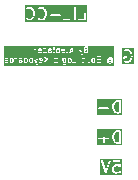
<source format=gbr>
%TF.GenerationSoftware,KiCad,Pcbnew,8.0.3*%
%TF.CreationDate,2024-10-09T18:17:50-05:00*%
%TF.ProjectId,udb-s,7564622d-732e-46b6-9963-61645f706362,rev?*%
%TF.SameCoordinates,Original*%
%TF.FileFunction,Legend,Bot*%
%TF.FilePolarity,Positive*%
%FSLAX46Y46*%
G04 Gerber Fmt 4.6, Leading zero omitted, Abs format (unit mm)*
G04 Created by KiCad (PCBNEW 8.0.3) date 2024-10-09 18:17:50*
%MOMM*%
%LPD*%
G01*
G04 APERTURE LIST*
G04 Aperture macros list*
%AMOutline4P*
0 Free polygon, 4 corners , with rotation*
0 The origin of the aperture is its center*
0 number of corners: always 4*
0 $1 to $8 corner X, Y*
0 $9 Rotation angle, in degrees counterclockwise*
0 create outline with 4 corners*
4,1,4,$1,$2,$3,$4,$5,$6,$7,$8,$1,$2,$9*%
G04 Aperture macros list end*
%ADD10C,0.150000*%
%ADD11C,0.100000*%
%ADD12C,0.650000*%
%ADD13O,1.100000X2.200000*%
%ADD14O,1.300000X1.700000*%
%ADD15R,1.680000X1.680000*%
%ADD16Outline4P,-0.840000X-0.840000X0.840000X-0.840000X0.840000X0.840000X-0.840000X0.840000X180.000000*%
G04 APERTURE END LIST*
D10*
G36*
X134473361Y-88736313D02*
G01*
X134330090Y-88739379D01*
X134328842Y-88738668D01*
X134208408Y-88702739D01*
X134134126Y-88633472D01*
X134134112Y-88633420D01*
X134092394Y-88558108D01*
X134092172Y-88553533D01*
X134045803Y-88386215D01*
X134046792Y-88381247D01*
X134042769Y-88260356D01*
X134044553Y-88256580D01*
X134082492Y-88086609D01*
X134086493Y-88081455D01*
X134120808Y-88004909D01*
X134195119Y-87925217D01*
X134304765Y-87884747D01*
X134305125Y-87884819D01*
X134468616Y-87881320D01*
X134473361Y-88736313D01*
G37*
G36*
X134729331Y-88995930D02*
G01*
X132600914Y-88995930D01*
X132600914Y-88400165D01*
X132712025Y-88400165D01*
X132712025Y-88457567D01*
X132752615Y-88498157D01*
X132781316Y-88503866D01*
X133090544Y-88501633D01*
X133092977Y-88838520D01*
X133133567Y-88879110D01*
X133190969Y-88879110D01*
X133231559Y-88838520D01*
X133237268Y-88809819D01*
X133235035Y-88500589D01*
X133571921Y-88498157D01*
X133612511Y-88457567D01*
X133612511Y-88400165D01*
X133571921Y-88359575D01*
X133543220Y-88353866D01*
X133233991Y-88356098D01*
X133233141Y-88238390D01*
X133896792Y-88238390D01*
X133900990Y-88364571D01*
X133897609Y-88370208D01*
X133899031Y-88399437D01*
X133946592Y-88571060D01*
X133944600Y-88577040D01*
X133952329Y-88605264D01*
X133997739Y-88687241D01*
X133997739Y-88695662D01*
X134013997Y-88719994D01*
X134107108Y-88806819D01*
X134113128Y-88818859D01*
X134130857Y-88828965D01*
X134133566Y-88831491D01*
X134135288Y-88831491D01*
X134138551Y-88833351D01*
X134269828Y-88872514D01*
X134276424Y-88879110D01*
X134305125Y-88884819D01*
X134571921Y-88879110D01*
X134612511Y-88838520D01*
X134618220Y-88809819D01*
X134612511Y-87781118D01*
X134571921Y-87740528D01*
X134543220Y-87734819D01*
X134319632Y-87739603D01*
X134310441Y-87735008D01*
X134281407Y-87738668D01*
X134147352Y-87788147D01*
X134133567Y-87788147D01*
X134116554Y-87799514D01*
X134113128Y-87800779D01*
X134112358Y-87802317D01*
X134109235Y-87804405D01*
X134026478Y-87893154D01*
X134017890Y-87896017D01*
X133999948Y-87919135D01*
X133997814Y-87923893D01*
X133997739Y-87923975D01*
X133997739Y-87924062D01*
X133963366Y-88000734D01*
X133959150Y-88003265D01*
X133946650Y-88029724D01*
X133907622Y-88204567D01*
X133902501Y-88209689D01*
X133896792Y-88238390D01*
X133233141Y-88238390D01*
X133231559Y-88019213D01*
X133190969Y-87978623D01*
X133133567Y-87978623D01*
X133092977Y-88019213D01*
X133087268Y-88047914D01*
X133089500Y-88357142D01*
X132752615Y-88359575D01*
X132712025Y-88400165D01*
X132600914Y-88400165D01*
X132600914Y-87623708D01*
X134729331Y-87623708D01*
X134729331Y-88995930D01*
G37*
D11*
G36*
X129881875Y-81720753D02*
G01*
X129896682Y-81733569D01*
X129913513Y-81763228D01*
X129916288Y-81881337D01*
X129902856Y-81912149D01*
X129890037Y-81926960D01*
X129860238Y-81943870D01*
X129789135Y-81946236D01*
X129774111Y-81939686D01*
X129772093Y-81714905D01*
X129780711Y-81710014D01*
X129851813Y-81707648D01*
X129881875Y-81720753D01*
G37*
G36*
X132366105Y-81713878D02*
G01*
X132367760Y-81939601D01*
X132360238Y-81943870D01*
X132289135Y-81946236D01*
X132259077Y-81933133D01*
X132244266Y-81920314D01*
X132227436Y-81890657D01*
X132224661Y-81772548D01*
X132238095Y-81741732D01*
X132250911Y-81726925D01*
X132280711Y-81710014D01*
X132351813Y-81707648D01*
X132366105Y-81713878D01*
G37*
G36*
X133769625Y-81654688D02*
G01*
X133828665Y-81691029D01*
X133867535Y-81744990D01*
X133889463Y-81821999D01*
X133873679Y-81895145D01*
X133837342Y-81954178D01*
X133783377Y-81993051D01*
X133706367Y-82014980D01*
X133633223Y-81999195D01*
X133585462Y-81969796D01*
X133601513Y-81968374D01*
X133605823Y-81965493D01*
X133607637Y-81966901D01*
X133610711Y-81968241D01*
X133610865Y-81968374D01*
X133611016Y-81968374D01*
X133652958Y-81986659D01*
X133658483Y-81992184D01*
X133671628Y-81994798D01*
X133674072Y-81995864D01*
X133675160Y-81995501D01*
X133677617Y-81995990D01*
X133721630Y-81993480D01*
X133728781Y-81995864D01*
X133741652Y-81992338D01*
X133744370Y-81992184D01*
X133745181Y-81991372D01*
X133747597Y-81990711D01*
X133786956Y-81968374D01*
X133791989Y-81968374D01*
X133808210Y-81957535D01*
X133810290Y-81955131D01*
X133810628Y-81954940D01*
X133810735Y-81954617D01*
X133825630Y-81937408D01*
X133829424Y-81936144D01*
X133841385Y-81920732D01*
X133842724Y-81917659D01*
X133842858Y-81917505D01*
X133842858Y-81917353D01*
X133861143Y-81875410D01*
X133866668Y-81869886D01*
X133869282Y-81856740D01*
X133870348Y-81854297D01*
X133869985Y-81853208D01*
X133870474Y-81850752D01*
X133867964Y-81806738D01*
X133870348Y-81799588D01*
X133866822Y-81786716D01*
X133866668Y-81783999D01*
X133865856Y-81783187D01*
X133865195Y-81780772D01*
X133842858Y-81741412D01*
X133842858Y-81736381D01*
X133832020Y-81720160D01*
X133829615Y-81718078D01*
X133829424Y-81717741D01*
X133829100Y-81717633D01*
X133811891Y-81702737D01*
X133810627Y-81698943D01*
X133795215Y-81686982D01*
X133792141Y-81685642D01*
X133791990Y-81685511D01*
X133791840Y-81685510D01*
X133749894Y-81667225D01*
X133744370Y-81661701D01*
X133731222Y-81659085D01*
X133728780Y-81658021D01*
X133727692Y-81658383D01*
X133725236Y-81657895D01*
X133681222Y-81660404D01*
X133674072Y-81658021D01*
X133661200Y-81661546D01*
X133658483Y-81661701D01*
X133657671Y-81662512D01*
X133655256Y-81663174D01*
X133637098Y-81673477D01*
X133625322Y-81661701D01*
X133618271Y-81661701D01*
X133619474Y-81660833D01*
X133696483Y-81638904D01*
X133769625Y-81654688D01*
G37*
G36*
X133739015Y-81768371D02*
G01*
X133753824Y-81781189D01*
X133770942Y-81811353D01*
X133772358Y-81836178D01*
X133759997Y-81864531D01*
X133747179Y-81879339D01*
X133717015Y-81896458D01*
X133692190Y-81897874D01*
X133663839Y-81885514D01*
X133655828Y-81878580D01*
X133653975Y-81776506D01*
X133655672Y-81774544D01*
X133685837Y-81757426D01*
X133710661Y-81756010D01*
X133739015Y-81768371D01*
G37*
G36*
X133559094Y-81867939D02*
G01*
X133548460Y-81863303D01*
X133536925Y-81842979D01*
X133534372Y-81750292D01*
X133556310Y-81714653D01*
X133559094Y-81867939D01*
G37*
G36*
X125405686Y-81720753D02*
G01*
X125420493Y-81733569D01*
X125437324Y-81763228D01*
X125440099Y-81881337D01*
X125426667Y-81912149D01*
X125413848Y-81926960D01*
X125384049Y-81943870D01*
X125312946Y-81946236D01*
X125298655Y-81940006D01*
X125297000Y-81714283D01*
X125304522Y-81710014D01*
X125375624Y-81707648D01*
X125405686Y-81720753D01*
G37*
G36*
X126187728Y-81862009D02*
G01*
X126199516Y-81882781D01*
X126200932Y-81907605D01*
X126190171Y-81932289D01*
X126169848Y-81943823D01*
X126075290Y-81946427D01*
X126060225Y-81939860D01*
X126059050Y-81853119D01*
X126160901Y-81850314D01*
X126187728Y-81862009D01*
G37*
G36*
X126619972Y-81720753D02*
G01*
X126634779Y-81733569D01*
X126651610Y-81763228D01*
X126654385Y-81881337D01*
X126640953Y-81912149D01*
X126628134Y-81926960D01*
X126598205Y-81943944D01*
X126550394Y-81945953D01*
X126520984Y-81933133D01*
X126506173Y-81920314D01*
X126489343Y-81890657D01*
X126486568Y-81772548D01*
X126500002Y-81741732D01*
X126512818Y-81726925D01*
X126542749Y-81709940D01*
X126590559Y-81707931D01*
X126619972Y-81720753D01*
G37*
G36*
X127081619Y-81714413D02*
G01*
X127083265Y-81938911D01*
X127074526Y-81943870D01*
X127003423Y-81946236D01*
X126973365Y-81933133D01*
X126958554Y-81920314D01*
X126941724Y-81890657D01*
X126938949Y-81772548D01*
X126952383Y-81741732D01*
X126965199Y-81726925D01*
X126994999Y-81710014D01*
X127066101Y-81707648D01*
X127081619Y-81714413D01*
G37*
G36*
X127902013Y-81719152D02*
G01*
X127913471Y-81739343D01*
X127913973Y-81766971D01*
X127775496Y-81741362D01*
X127784114Y-81721596D01*
X127804522Y-81710014D01*
X127875624Y-81707648D01*
X127902013Y-81719152D01*
G37*
G36*
X130334256Y-81720753D02*
G01*
X130349063Y-81733569D01*
X130365894Y-81763228D01*
X130368669Y-81881337D01*
X130355237Y-81912149D01*
X130342418Y-81926960D01*
X130312489Y-81943944D01*
X130264678Y-81945953D01*
X130235268Y-81933133D01*
X130220457Y-81920314D01*
X130203627Y-81890657D01*
X130200852Y-81772548D01*
X130214286Y-81741732D01*
X130227102Y-81726925D01*
X130257033Y-81709940D01*
X130304843Y-81707931D01*
X130334256Y-81720753D01*
G37*
G36*
X127806774Y-80914180D02*
G01*
X127818232Y-80934371D01*
X127818734Y-80961999D01*
X127680257Y-80936390D01*
X127688875Y-80916624D01*
X127709283Y-80905042D01*
X127780385Y-80902676D01*
X127806774Y-80914180D01*
G37*
G36*
X128663917Y-81057037D02*
G01*
X128675705Y-81077809D01*
X128677121Y-81102633D01*
X128666360Y-81127317D01*
X128646037Y-81138851D01*
X128551479Y-81141455D01*
X128536414Y-81134888D01*
X128535239Y-81048147D01*
X128637090Y-81045342D01*
X128663917Y-81057037D01*
G37*
G36*
X129367332Y-80909441D02*
G01*
X129368978Y-81133939D01*
X129360239Y-81138898D01*
X129289136Y-81141264D01*
X129259078Y-81128161D01*
X129244267Y-81115342D01*
X129227437Y-81085685D01*
X129224662Y-80967576D01*
X129238096Y-80936760D01*
X129250912Y-80921953D01*
X129280712Y-80905042D01*
X129351814Y-80902676D01*
X129367332Y-80909441D01*
G37*
G36*
X129806774Y-80914180D02*
G01*
X129818232Y-80934371D01*
X129818734Y-80961999D01*
X129680257Y-80936390D01*
X129688875Y-80916624D01*
X129709283Y-80905042D01*
X129780385Y-80902676D01*
X129806774Y-80914180D01*
G37*
G36*
X131749970Y-81139484D02*
G01*
X131623648Y-81141778D01*
X131592410Y-81128161D01*
X131577599Y-81115342D01*
X131560615Y-81085413D01*
X131558606Y-81037601D01*
X131571427Y-81008190D01*
X131583140Y-80994658D01*
X131630499Y-80976721D01*
X131748759Y-80974299D01*
X131749970Y-81139484D01*
G37*
G36*
X131748051Y-80877727D02*
G01*
X131647270Y-80879792D01*
X131616217Y-80866255D01*
X131601411Y-80853439D01*
X131584291Y-80823273D01*
X131582875Y-80798448D01*
X131595236Y-80770095D01*
X131608054Y-80755287D01*
X131637669Y-80738479D01*
X131747013Y-80736240D01*
X131748051Y-80877727D01*
G37*
G36*
X130491796Y-80996767D02*
G01*
X130387409Y-80998312D01*
X130438648Y-80840949D01*
X130491796Y-80996767D01*
G37*
G36*
X134044532Y-82265832D02*
G01*
X124714921Y-82265832D01*
X124714921Y-81898371D01*
X124770477Y-81898371D01*
X124772418Y-81920277D01*
X124770603Y-81925724D01*
X124774001Y-81938134D01*
X124774283Y-81941314D01*
X124775093Y-81942124D01*
X124775755Y-81944540D01*
X124803428Y-81993304D01*
X124806514Y-82002561D01*
X124810387Y-82005566D01*
X124811525Y-82007572D01*
X124814059Y-82008416D01*
X124821926Y-82014522D01*
X124867247Y-82034279D01*
X124872771Y-82039803D01*
X124885916Y-82042417D01*
X124888360Y-82043483D01*
X124889448Y-82043120D01*
X124891905Y-82043609D01*
X124982064Y-82040608D01*
X124990687Y-82043483D01*
X125003829Y-82039884D01*
X125006277Y-82039803D01*
X125007087Y-82038992D01*
X125009503Y-82038331D01*
X125072534Y-82002561D01*
X125084636Y-81966256D01*
X125067522Y-81932028D01*
X125031217Y-81919926D01*
X125012401Y-81925079D01*
X124979287Y-81943870D01*
X124908184Y-81946236D01*
X124881797Y-81934733D01*
X124869700Y-81913417D01*
X124869478Y-81910914D01*
X124879353Y-81888261D01*
X124899891Y-81876606D01*
X124958819Y-81874129D01*
X124966878Y-81876816D01*
X124979928Y-81873242D01*
X124982468Y-81873136D01*
X124983278Y-81872325D01*
X124985694Y-81871664D01*
X125034458Y-81843990D01*
X125043714Y-81840905D01*
X125046719Y-81837031D01*
X125048725Y-81835894D01*
X125049569Y-81833359D01*
X125055675Y-81825493D01*
X125075432Y-81780171D01*
X125080956Y-81774648D01*
X125083570Y-81761502D01*
X125084636Y-81759059D01*
X125084273Y-81757970D01*
X125084762Y-81755514D01*
X125082820Y-81733605D01*
X125084636Y-81728159D01*
X125081237Y-81715751D01*
X125080956Y-81712570D01*
X125080144Y-81711758D01*
X125079483Y-81709343D01*
X125051810Y-81660580D01*
X125048725Y-81651324D01*
X125044851Y-81648318D01*
X125043714Y-81646313D01*
X125041179Y-81645468D01*
X125033313Y-81639363D01*
X124987992Y-81619606D01*
X124982468Y-81614082D01*
X124969320Y-81611466D01*
X124966878Y-81610402D01*
X124965790Y-81610764D01*
X124963334Y-81610276D01*
X124896418Y-81613088D01*
X124888360Y-81610402D01*
X124875312Y-81613975D01*
X124872771Y-81614082D01*
X124871959Y-81614893D01*
X124869544Y-81615555D01*
X124806514Y-81651324D01*
X124794412Y-81687629D01*
X124811525Y-81721857D01*
X124847830Y-81733959D01*
X124866646Y-81728807D01*
X124899891Y-81709940D01*
X124947702Y-81707931D01*
X124973442Y-81719152D01*
X124985538Y-81740467D01*
X124985760Y-81742970D01*
X124975885Y-81765622D01*
X124955348Y-81777277D01*
X124896418Y-81779754D01*
X124888360Y-81777068D01*
X124875312Y-81780641D01*
X124872771Y-81780748D01*
X124871959Y-81781559D01*
X124869544Y-81782221D01*
X124820781Y-81809894D01*
X124811525Y-81812980D01*
X124808518Y-81816853D01*
X124806513Y-81817992D01*
X124805668Y-81820526D01*
X124799564Y-81828392D01*
X124779807Y-81873712D01*
X124774283Y-81879237D01*
X124771667Y-81892384D01*
X124770603Y-81894827D01*
X124770965Y-81895914D01*
X124770477Y-81898371D01*
X124714921Y-81898371D01*
X124714921Y-81493609D01*
X125199048Y-81493609D01*
X125200442Y-81683823D01*
X125199174Y-81687629D01*
X125200489Y-81690260D01*
X125202464Y-81959673D01*
X125199174Y-81966256D01*
X125202588Y-81976498D01*
X125202854Y-82012743D01*
X125229914Y-82039803D01*
X125268182Y-82039803D01*
X125272857Y-82035127D01*
X125277533Y-82039803D01*
X125290678Y-82042417D01*
X125293122Y-82043483D01*
X125294210Y-82043120D01*
X125296667Y-82043609D01*
X125386826Y-82040608D01*
X125395449Y-82043483D01*
X125408591Y-82039884D01*
X125411039Y-82039803D01*
X125411849Y-82038992D01*
X125414265Y-82038331D01*
X125453625Y-82015994D01*
X125458658Y-82015994D01*
X125474879Y-82005155D01*
X125476958Y-82002752D01*
X125477296Y-82002561D01*
X125477403Y-82002238D01*
X125492301Y-81985026D01*
X125496095Y-81983762D01*
X125508056Y-81968350D01*
X125509394Y-81965278D01*
X125509528Y-81965125D01*
X125509528Y-81964973D01*
X125527813Y-81923028D01*
X125533337Y-81917505D01*
X125535951Y-81904359D01*
X125537017Y-81901916D01*
X125536654Y-81900827D01*
X125537143Y-81898371D01*
X125533921Y-81761255D01*
X125537017Y-81751969D01*
X125533392Y-81738733D01*
X125533337Y-81736380D01*
X125532525Y-81735568D01*
X125531864Y-81733153D01*
X125509528Y-81693793D01*
X125509528Y-81688760D01*
X125498689Y-81672539D01*
X125496285Y-81670458D01*
X125496095Y-81670123D01*
X125495774Y-81670016D01*
X125478560Y-81655117D01*
X125477296Y-81651324D01*
X125464176Y-81641142D01*
X125583807Y-81641142D01*
X125583807Y-81679410D01*
X125610867Y-81706470D01*
X125630001Y-81710276D01*
X125663045Y-81708391D01*
X125691399Y-81720752D01*
X125706208Y-81733570D01*
X125723987Y-81764899D01*
X125726664Y-82012743D01*
X125753724Y-82039803D01*
X125791992Y-82039803D01*
X125819052Y-82012743D01*
X125822858Y-81993609D01*
X125820326Y-81759185D01*
X125822732Y-81751969D01*
X125820146Y-81742529D01*
X125820029Y-81731704D01*
X125960953Y-81731704D01*
X125961537Y-81774861D01*
X125961079Y-81775778D01*
X125961569Y-81777250D01*
X125964048Y-81960315D01*
X125961079Y-81966256D01*
X125964258Y-81975794D01*
X125964759Y-82012743D01*
X125991819Y-82039803D01*
X126030087Y-82039803D01*
X126034762Y-82035127D01*
X126039438Y-82039803D01*
X126052583Y-82042417D01*
X126055027Y-82043483D01*
X126056115Y-82043120D01*
X126058572Y-82043609D01*
X126172156Y-82040480D01*
X126181164Y-82043483D01*
X126194363Y-82039868D01*
X126196754Y-82039803D01*
X126197564Y-82038992D01*
X126199980Y-82038331D01*
X126248744Y-82010657D01*
X126258000Y-82007572D01*
X126261005Y-82003698D01*
X126263011Y-82002561D01*
X126263855Y-82000026D01*
X126269961Y-81992160D01*
X126289717Y-81946838D01*
X126295242Y-81941314D01*
X126297857Y-81928166D01*
X126298922Y-81925724D01*
X126298559Y-81924636D01*
X126299048Y-81922180D01*
X126296538Y-81878166D01*
X126298922Y-81871016D01*
X126295396Y-81858144D01*
X126295242Y-81855427D01*
X126294430Y-81854615D01*
X126293769Y-81852200D01*
X126266096Y-81803437D01*
X126263011Y-81794181D01*
X126259137Y-81791175D01*
X126258000Y-81789170D01*
X126255465Y-81788325D01*
X126247599Y-81782220D01*
X126202278Y-81762463D01*
X126196754Y-81756939D01*
X126189592Y-81755514D01*
X126389525Y-81755514D01*
X126392746Y-81892628D01*
X126389651Y-81901915D01*
X126393275Y-81915153D01*
X126393331Y-81917505D01*
X126394141Y-81918315D01*
X126394803Y-81920731D01*
X126417140Y-81960091D01*
X126417140Y-81965124D01*
X126427979Y-81981345D01*
X126430381Y-81983424D01*
X126430573Y-81983762D01*
X126430895Y-81983869D01*
X126448107Y-81998767D01*
X126449372Y-82002561D01*
X126464784Y-82014522D01*
X126467855Y-82015860D01*
X126468009Y-82015994D01*
X126468161Y-82015994D01*
X126510105Y-82034279D01*
X126515629Y-82039803D01*
X126528774Y-82042417D01*
X126531218Y-82043483D01*
X126532306Y-82043120D01*
X126534763Y-82043609D01*
X126601676Y-82040796D01*
X126609735Y-82043483D01*
X126622785Y-82039909D01*
X126625325Y-82039803D01*
X126626135Y-82038992D01*
X126628551Y-82038331D01*
X126667911Y-82015994D01*
X126672944Y-82015994D01*
X126689165Y-82005155D01*
X126691244Y-82002752D01*
X126691582Y-82002561D01*
X126691689Y-82002238D01*
X126706587Y-81985026D01*
X126710381Y-81983762D01*
X126722342Y-81968350D01*
X126723680Y-81965278D01*
X126723814Y-81965125D01*
X126723814Y-81964973D01*
X126742099Y-81923028D01*
X126747623Y-81917505D01*
X126750237Y-81904359D01*
X126751303Y-81901916D01*
X126750940Y-81900827D01*
X126751429Y-81898371D01*
X126748207Y-81761255D01*
X126750121Y-81755514D01*
X126841906Y-81755514D01*
X126845127Y-81892628D01*
X126842032Y-81901915D01*
X126845656Y-81915153D01*
X126845712Y-81917505D01*
X126846522Y-81918315D01*
X126847184Y-81920731D01*
X126869521Y-81960091D01*
X126869521Y-81965124D01*
X126880360Y-81981345D01*
X126882762Y-81983424D01*
X126882954Y-81983762D01*
X126883276Y-81983869D01*
X126900488Y-81998767D01*
X126901753Y-82002561D01*
X126917165Y-82014522D01*
X126920236Y-82015860D01*
X126920390Y-82015994D01*
X126920542Y-82015994D01*
X126962486Y-82034279D01*
X126968010Y-82039803D01*
X126981155Y-82042417D01*
X126983599Y-82043483D01*
X126984687Y-82043120D01*
X126987144Y-82043609D01*
X127077303Y-82040608D01*
X127085926Y-82043483D01*
X127099068Y-82039884D01*
X127101516Y-82039803D01*
X127102326Y-82038992D01*
X127104742Y-82038331D01*
X127107710Y-82036646D01*
X127110867Y-82039803D01*
X127149135Y-82039803D01*
X127176195Y-82012743D01*
X127180001Y-81993609D01*
X127179802Y-81966474D01*
X127179875Y-81966256D01*
X127179799Y-81966104D01*
X127177788Y-81691802D01*
X127179875Y-81687629D01*
X127177710Y-81681134D01*
X127177539Y-81657793D01*
X127270539Y-81657793D01*
X127273390Y-81677093D01*
X127389706Y-81992582D01*
X127389528Y-81992999D01*
X127389922Y-81995117D01*
X127389586Y-81996091D01*
X127390439Y-81997892D01*
X127393100Y-82012178D01*
X127440949Y-82123386D01*
X127440950Y-82131792D01*
X127451107Y-82146994D01*
X127451359Y-82147579D01*
X127451553Y-82147662D01*
X127451788Y-82148013D01*
X127471915Y-82165433D01*
X127473180Y-82169226D01*
X127488592Y-82181187D01*
X127491666Y-82182527D01*
X127491820Y-82182660D01*
X127491971Y-82182660D01*
X127555027Y-82210150D01*
X127591332Y-82198049D01*
X127608446Y-82163821D01*
X127596345Y-82127516D01*
X127580933Y-82115555D01*
X127544794Y-82099800D01*
X127530821Y-82087706D01*
X127491492Y-81996303D01*
X127582960Y-81731704D01*
X127675238Y-81731704D01*
X127677992Y-81780009D01*
X127676189Y-81789026D01*
X127678723Y-81792827D01*
X127679044Y-81798457D01*
X127689340Y-81808753D01*
X127697416Y-81820867D01*
X127704324Y-81823737D01*
X127706104Y-81825517D01*
X127708608Y-81825517D01*
X127715432Y-81828352D01*
X127915760Y-81865398D01*
X127916474Y-81904720D01*
X127904456Y-81932289D01*
X127884049Y-81943870D01*
X127812946Y-81946236D01*
X127752592Y-81919926D01*
X127716287Y-81932028D01*
X127699174Y-81966256D01*
X127711276Y-82002561D01*
X127726688Y-82014522D01*
X127772009Y-82034279D01*
X127777533Y-82039803D01*
X127790678Y-82042417D01*
X127793122Y-82043483D01*
X127794210Y-82043120D01*
X127796667Y-82043609D01*
X127886826Y-82040608D01*
X127895449Y-82043483D01*
X127908591Y-82039884D01*
X127911039Y-82039803D01*
X127911849Y-82038992D01*
X127914265Y-82038331D01*
X127963029Y-82010657D01*
X127972285Y-82007572D01*
X127975290Y-82003698D01*
X127977296Y-82002561D01*
X127978140Y-82000026D01*
X127984246Y-81992160D01*
X127989023Y-81981200D01*
X128105374Y-81981200D01*
X128110786Y-82019084D01*
X128141401Y-82042045D01*
X128179285Y-82036633D01*
X128193810Y-82023609D01*
X128373261Y-81779228D01*
X128391751Y-81797388D01*
X128393330Y-82012743D01*
X128420390Y-82039803D01*
X128458658Y-82039803D01*
X128485718Y-82012743D01*
X128489524Y-81993609D01*
X128487281Y-81687629D01*
X128984887Y-81687629D01*
X129002000Y-81721857D01*
X129038305Y-81733959D01*
X129057121Y-81728807D01*
X129090235Y-81710014D01*
X129161337Y-81707648D01*
X129191399Y-81720753D01*
X129206206Y-81733569D01*
X129223037Y-81763228D01*
X129225812Y-81881337D01*
X129212380Y-81912149D01*
X129199561Y-81926960D01*
X129169762Y-81943870D01*
X129098659Y-81946236D01*
X129038305Y-81919926D01*
X129002000Y-81932028D01*
X128984887Y-81966256D01*
X128996989Y-82002561D01*
X129012401Y-82014522D01*
X129057722Y-82034279D01*
X129063246Y-82039803D01*
X129076391Y-82042417D01*
X129078835Y-82043483D01*
X129079923Y-82043120D01*
X129082380Y-82043609D01*
X129172539Y-82040608D01*
X129181162Y-82043483D01*
X129194304Y-82039884D01*
X129196752Y-82039803D01*
X129197562Y-82038992D01*
X129199978Y-82038331D01*
X129239338Y-82015994D01*
X129244371Y-82015994D01*
X129260592Y-82005155D01*
X129262671Y-82002752D01*
X129263009Y-82002561D01*
X129263116Y-82002238D01*
X129278014Y-81985026D01*
X129281808Y-81983762D01*
X129293769Y-81968350D01*
X129295107Y-81965278D01*
X129295241Y-81965125D01*
X129295241Y-81964973D01*
X129313526Y-81923028D01*
X129319050Y-81917505D01*
X129321664Y-81904359D01*
X129322730Y-81901916D01*
X129322367Y-81900827D01*
X129322856Y-81898371D01*
X129319634Y-81761255D01*
X129322730Y-81751969D01*
X129319105Y-81738733D01*
X129319050Y-81736380D01*
X129318238Y-81735568D01*
X129317577Y-81733153D01*
X129295241Y-81693793D01*
X129295241Y-81688760D01*
X129284402Y-81672539D01*
X129281998Y-81670458D01*
X129281808Y-81670123D01*
X129281487Y-81670016D01*
X129270234Y-81660276D01*
X129437142Y-81660276D01*
X129440948Y-82012743D01*
X129468008Y-82039803D01*
X129506276Y-82039803D01*
X129533336Y-82012743D01*
X129537142Y-81993609D01*
X129533543Y-81660276D01*
X129675237Y-81660276D01*
X129675479Y-81687279D01*
X129675363Y-81687629D01*
X129675484Y-81687872D01*
X129677938Y-81961105D01*
X129675363Y-81966256D01*
X129678056Y-81974337D01*
X129678810Y-82058240D01*
X129675363Y-82068583D01*
X129679023Y-82081947D01*
X129679043Y-82084172D01*
X129679854Y-82084983D01*
X129680516Y-82087399D01*
X129702853Y-82126758D01*
X129702853Y-82131791D01*
X129713692Y-82148012D01*
X129716095Y-82150092D01*
X129716287Y-82150430D01*
X129716609Y-82150537D01*
X129733818Y-82165432D01*
X129735083Y-82169226D01*
X129750495Y-82181187D01*
X129753567Y-82182526D01*
X129753722Y-82182660D01*
X129753874Y-82182660D01*
X129795816Y-82200945D01*
X129801341Y-82206470D01*
X129814486Y-82209084D01*
X129816930Y-82210150D01*
X129818018Y-82209787D01*
X129820475Y-82210276D01*
X129887390Y-82207463D01*
X129895449Y-82210150D01*
X129908496Y-82206576D01*
X129911038Y-82206470D01*
X129911849Y-82205658D01*
X129914265Y-82204997D01*
X129977296Y-82169226D01*
X129989397Y-82132921D01*
X129972283Y-82098693D01*
X129935978Y-82086592D01*
X129917162Y-82091745D01*
X129883917Y-82110611D01*
X129836105Y-82112620D01*
X129806695Y-82099799D01*
X129791887Y-82086981D01*
X129775169Y-82057524D01*
X129775043Y-82043536D01*
X129863015Y-82040608D01*
X129871638Y-82043483D01*
X129884780Y-82039884D01*
X129887228Y-82039803D01*
X129888038Y-82038992D01*
X129890454Y-82038331D01*
X129929814Y-82015994D01*
X129934847Y-82015994D01*
X129951068Y-82005155D01*
X129953147Y-82002752D01*
X129953485Y-82002561D01*
X129953592Y-82002238D01*
X129968490Y-81985026D01*
X129972284Y-81983762D01*
X129984245Y-81968350D01*
X129985583Y-81965278D01*
X129985717Y-81965125D01*
X129985717Y-81964973D01*
X130004002Y-81923028D01*
X130009526Y-81917505D01*
X130012140Y-81904359D01*
X130013206Y-81901916D01*
X130012843Y-81900827D01*
X130013332Y-81898371D01*
X130010110Y-81761255D01*
X130012024Y-81755514D01*
X130103809Y-81755514D01*
X130107030Y-81892628D01*
X130103935Y-81901915D01*
X130107559Y-81915153D01*
X130107615Y-81917505D01*
X130108425Y-81918315D01*
X130109087Y-81920731D01*
X130131424Y-81960091D01*
X130131424Y-81965124D01*
X130142263Y-81981345D01*
X130144665Y-81983424D01*
X130144857Y-81983762D01*
X130145179Y-81983869D01*
X130162391Y-81998767D01*
X130163656Y-82002561D01*
X130179068Y-82014522D01*
X130182139Y-82015860D01*
X130182293Y-82015994D01*
X130182445Y-82015994D01*
X130224389Y-82034279D01*
X130229913Y-82039803D01*
X130243058Y-82042417D01*
X130245502Y-82043483D01*
X130246590Y-82043120D01*
X130249047Y-82043609D01*
X130315960Y-82040796D01*
X130324019Y-82043483D01*
X130337069Y-82039909D01*
X130339609Y-82039803D01*
X130340419Y-82038992D01*
X130342835Y-82038331D01*
X130382195Y-82015994D01*
X130387228Y-82015994D01*
X130403449Y-82005155D01*
X130405528Y-82002752D01*
X130405866Y-82002561D01*
X130405973Y-82002238D01*
X130420871Y-81985026D01*
X130424665Y-81983762D01*
X130431872Y-81974475D01*
X130512377Y-81974475D01*
X130512377Y-82012743D01*
X130539437Y-82039803D01*
X130558571Y-82043609D01*
X130815800Y-82039803D01*
X130842860Y-82012743D01*
X130846666Y-81993609D01*
X130844082Y-81641142D01*
X131298090Y-81641142D01*
X131298090Y-81679410D01*
X131325150Y-81706470D01*
X131344284Y-81710276D01*
X131415162Y-81708989D01*
X131416820Y-81903926D01*
X131404455Y-81932289D01*
X131383682Y-81944077D01*
X131325150Y-81947415D01*
X131298090Y-81974475D01*
X131298090Y-82012743D01*
X131325150Y-82039803D01*
X131344284Y-82043609D01*
X131388296Y-82041099D01*
X131395447Y-82043483D01*
X131408321Y-82039957D01*
X131411037Y-82039803D01*
X131411847Y-82038992D01*
X131414263Y-82038331D01*
X131463025Y-82010658D01*
X131472282Y-82007573D01*
X131475288Y-82003699D01*
X131477294Y-82002561D01*
X131478138Y-82000026D01*
X131484243Y-81992161D01*
X131504000Y-81946839D01*
X131509526Y-81941314D01*
X131512141Y-81928166D01*
X131513206Y-81925724D01*
X131512843Y-81924636D01*
X131513332Y-81922180D01*
X131511504Y-81707239D01*
X131553894Y-81706470D01*
X131580954Y-81679410D01*
X131580954Y-81660276D01*
X131651427Y-81660276D01*
X131655233Y-82012743D01*
X131682293Y-82039803D01*
X131720561Y-82039803D01*
X131747621Y-82012743D01*
X131750722Y-81997153D01*
X131842029Y-81997153D01*
X131859142Y-82031381D01*
X131895447Y-82043483D01*
X131914263Y-82038331D01*
X131963025Y-82010658D01*
X131972282Y-82007573D01*
X131975288Y-82003699D01*
X131977294Y-82002561D01*
X131978138Y-82000026D01*
X131984243Y-81992161D01*
X132004000Y-81946839D01*
X132009526Y-81941314D01*
X132012141Y-81928166D01*
X132013206Y-81925724D01*
X132012843Y-81924636D01*
X132013332Y-81922180D01*
X132011915Y-81755514D01*
X132127618Y-81755514D01*
X132130839Y-81892628D01*
X132127744Y-81901915D01*
X132131368Y-81915153D01*
X132131424Y-81917505D01*
X132132234Y-81918315D01*
X132132896Y-81920731D01*
X132155233Y-81960091D01*
X132155233Y-81965124D01*
X132166072Y-81981345D01*
X132168474Y-81983424D01*
X132168666Y-81983762D01*
X132168988Y-81983869D01*
X132186200Y-81998767D01*
X132187465Y-82002561D01*
X132202877Y-82014522D01*
X132205948Y-82015860D01*
X132206102Y-82015994D01*
X132206254Y-82015994D01*
X132248198Y-82034279D01*
X132253722Y-82039803D01*
X132266867Y-82042417D01*
X132269311Y-82043483D01*
X132270399Y-82043120D01*
X132272856Y-82043609D01*
X132363015Y-82040608D01*
X132368514Y-82042441D01*
X132369519Y-82179410D01*
X132396579Y-82206470D01*
X132434847Y-82206470D01*
X132461907Y-82179410D01*
X132465713Y-82160276D01*
X132464318Y-81970061D01*
X132465587Y-81966256D01*
X132464271Y-81963624D01*
X132463444Y-81850752D01*
X132579998Y-81850752D01*
X132582507Y-81894765D01*
X132580124Y-81901916D01*
X132583649Y-81914787D01*
X132583804Y-81917505D01*
X132584615Y-81918316D01*
X132585277Y-81920732D01*
X132607614Y-81960091D01*
X132607614Y-81965123D01*
X132618452Y-81981345D01*
X132620857Y-81983426D01*
X132621048Y-81983763D01*
X132621369Y-81983870D01*
X132638580Y-81998767D01*
X132639845Y-82002561D01*
X132655257Y-82014522D01*
X132658328Y-82015860D01*
X132658482Y-82015994D01*
X132658634Y-82015994D01*
X132700578Y-82034279D01*
X132706102Y-82039803D01*
X132719247Y-82042417D01*
X132721691Y-82043483D01*
X132722779Y-82043120D01*
X132725236Y-82043609D01*
X132834948Y-82040587D01*
X132840740Y-82043483D01*
X132860095Y-82041043D01*
X132863365Y-82039804D01*
X132863418Y-82039803D01*
X132863447Y-82039773D01*
X132948472Y-82007573D01*
X132965587Y-81973344D01*
X132953485Y-81937040D01*
X132919257Y-81919926D01*
X132899901Y-81922366D01*
X132843771Y-81943623D01*
X132741954Y-81946427D01*
X132711455Y-81933132D01*
X132696649Y-81920316D01*
X132679529Y-81890150D01*
X132678113Y-81865325D01*
X132690473Y-81836974D01*
X132703292Y-81822163D01*
X132735064Y-81804132D01*
X132737363Y-81804021D01*
X132820405Y-81780373D01*
X132824018Y-81781578D01*
X132842834Y-81776426D01*
X132882194Y-81754089D01*
X132887227Y-81754089D01*
X132903448Y-81743250D01*
X132905527Y-81740847D01*
X132905865Y-81740656D01*
X132905972Y-81740333D01*
X132913441Y-81731704D01*
X133437140Y-81731704D01*
X133440268Y-81845288D01*
X133437266Y-81854297D01*
X133440880Y-81867493D01*
X133440946Y-81869886D01*
X133441757Y-81870697D01*
X133442419Y-81873113D01*
X133470092Y-81921875D01*
X133473178Y-81931132D01*
X133477051Y-81934138D01*
X133478190Y-81936144D01*
X133480724Y-81936988D01*
X133488590Y-81943093D01*
X133508468Y-81951758D01*
X133506938Y-81952065D01*
X133485711Y-81983905D01*
X133493216Y-82021431D01*
X133507025Y-82035211D01*
X133573115Y-82075891D01*
X133576421Y-82081402D01*
X133594061Y-82089735D01*
X133596437Y-82090247D01*
X133596485Y-82090277D01*
X133596530Y-82090267D01*
X133685799Y-82109532D01*
X133694067Y-82114493D01*
X133706077Y-82113908D01*
X133708785Y-82114493D01*
X133710083Y-82113713D01*
X133713553Y-82113545D01*
X133799844Y-82088972D01*
X133806367Y-82090277D01*
X133824399Y-82082831D01*
X133826351Y-82081424D01*
X133826430Y-82081402D01*
X133826465Y-82081342D01*
X133888539Y-82036628D01*
X133895915Y-82035153D01*
X133909538Y-82021502D01*
X133909637Y-82021431D01*
X133909643Y-82021396D01*
X133909696Y-82021344D01*
X133950378Y-81955250D01*
X133955886Y-81951946D01*
X133964219Y-81934307D01*
X133964731Y-81931932D01*
X133964762Y-81931883D01*
X133964752Y-81931835D01*
X133984015Y-81842567D01*
X133988976Y-81834301D01*
X133988391Y-81822290D01*
X133988976Y-81819583D01*
X133988196Y-81818284D01*
X133988028Y-81814815D01*
X133963456Y-81728523D01*
X133964761Y-81722001D01*
X133957314Y-81703969D01*
X133955908Y-81702018D01*
X133955886Y-81701938D01*
X133955824Y-81701901D01*
X133911112Y-81639829D01*
X133909637Y-81632454D01*
X133895988Y-81618834D01*
X133895915Y-81618732D01*
X133895878Y-81618724D01*
X133895828Y-81618674D01*
X133829735Y-81577991D01*
X133826430Y-81572483D01*
X133808791Y-81564150D01*
X133806414Y-81563637D01*
X133806367Y-81563608D01*
X133806321Y-81563617D01*
X133717052Y-81544352D01*
X133708785Y-81539392D01*
X133696774Y-81539976D01*
X133694067Y-81539392D01*
X133692768Y-81540171D01*
X133689299Y-81540340D01*
X133603007Y-81564912D01*
X133596485Y-81563608D01*
X133578453Y-81571055D01*
X133576502Y-81572459D01*
X133576421Y-81572483D01*
X133576383Y-81572545D01*
X133514314Y-81617255D01*
X133506939Y-81618731D01*
X133493314Y-81632382D01*
X133493216Y-81632454D01*
X133493209Y-81632488D01*
X133493158Y-81632540D01*
X133448618Y-81704897D01*
X133440946Y-81712570D01*
X133439537Y-81719649D01*
X133438091Y-81722000D01*
X133438581Y-81724454D01*
X133437140Y-81731704D01*
X132913441Y-81731704D01*
X132920870Y-81723121D01*
X132924664Y-81721857D01*
X132936625Y-81706445D01*
X132937963Y-81703373D01*
X132938097Y-81703220D01*
X132938097Y-81703068D01*
X132956382Y-81661123D01*
X132961906Y-81655600D01*
X132964520Y-81642454D01*
X132965586Y-81640011D01*
X132965223Y-81638922D01*
X132965712Y-81636466D01*
X132963202Y-81592452D01*
X132965586Y-81585302D01*
X132962060Y-81572430D01*
X132961906Y-81569713D01*
X132961094Y-81568901D01*
X132960433Y-81566486D01*
X132938097Y-81527126D01*
X132938097Y-81522093D01*
X132927258Y-81505872D01*
X132924854Y-81503791D01*
X132924664Y-81503456D01*
X132924342Y-81503348D01*
X132907130Y-81488451D01*
X132905866Y-81484659D01*
X132890454Y-81472698D01*
X132887379Y-81471357D01*
X132887226Y-81471225D01*
X132887075Y-81471225D01*
X132845132Y-81452939D01*
X132839608Y-81447415D01*
X132826462Y-81444800D01*
X132824019Y-81443735D01*
X132822930Y-81444097D01*
X132820474Y-81443609D01*
X132710762Y-81446630D01*
X132704971Y-81443735D01*
X132685616Y-81446175D01*
X132682345Y-81447413D01*
X132682293Y-81447415D01*
X132682263Y-81447444D01*
X132597238Y-81479646D01*
X132580124Y-81513875D01*
X132592225Y-81550179D01*
X132626454Y-81567293D01*
X132645810Y-81564853D01*
X132701940Y-81543594D01*
X132803756Y-81540790D01*
X132834251Y-81554084D01*
X132849062Y-81566903D01*
X132866180Y-81597067D01*
X132867596Y-81621891D01*
X132855236Y-81650244D01*
X132842417Y-81665055D01*
X132810645Y-81683085D01*
X132808347Y-81683197D01*
X132725303Y-81706844D01*
X132721691Y-81705640D01*
X132702875Y-81710793D01*
X132663516Y-81733129D01*
X132658482Y-81733129D01*
X132642261Y-81743968D01*
X132640180Y-81746371D01*
X132639845Y-81746562D01*
X132639737Y-81746883D01*
X132624840Y-81764095D01*
X132621048Y-81765360D01*
X132609087Y-81780772D01*
X132607746Y-81783846D01*
X132607614Y-81784000D01*
X132607614Y-81784150D01*
X132589328Y-81826093D01*
X132583804Y-81831618D01*
X132581189Y-81844763D01*
X132580124Y-81847207D01*
X132580486Y-81848295D01*
X132579998Y-81850752D01*
X132463444Y-81850752D01*
X132462296Y-81694210D01*
X132465587Y-81687629D01*
X132462172Y-81677386D01*
X132461907Y-81641142D01*
X132434847Y-81614082D01*
X132396579Y-81614082D01*
X132391903Y-81618757D01*
X132387228Y-81614082D01*
X132374080Y-81611466D01*
X132371638Y-81610402D01*
X132370550Y-81610764D01*
X132368094Y-81610276D01*
X132277933Y-81613276D01*
X132269311Y-81610402D01*
X132256171Y-81614000D01*
X132253722Y-81614082D01*
X132252910Y-81614893D01*
X132250495Y-81615555D01*
X132211136Y-81637891D01*
X132206102Y-81637891D01*
X132189881Y-81648730D01*
X132187800Y-81651133D01*
X132187465Y-81651324D01*
X132187358Y-81651644D01*
X132172459Y-81668858D01*
X132168666Y-81670123D01*
X132156705Y-81685535D01*
X132155365Y-81688608D01*
X132155233Y-81688761D01*
X132155233Y-81688911D01*
X132136948Y-81730855D01*
X132131424Y-81736380D01*
X132128808Y-81749527D01*
X132127744Y-81751970D01*
X132128106Y-81753057D01*
X132127618Y-81755514D01*
X132011915Y-81755514D01*
X132009526Y-81474475D01*
X131982466Y-81447415D01*
X131944198Y-81447415D01*
X131917138Y-81474475D01*
X131913332Y-81493609D01*
X131916820Y-81903926D01*
X131904455Y-81932289D01*
X131854131Y-81960848D01*
X131842029Y-81997153D01*
X131750722Y-81997153D01*
X131751427Y-81993609D01*
X131747621Y-81641142D01*
X131720561Y-81614082D01*
X131682293Y-81614082D01*
X131655233Y-81641142D01*
X131651427Y-81660276D01*
X131580954Y-81660276D01*
X131580954Y-81641142D01*
X131553894Y-81614082D01*
X131534760Y-81610276D01*
X131510684Y-81610713D01*
X131509728Y-81498285D01*
X131631423Y-81498285D01*
X131631423Y-81536553D01*
X131631424Y-81536554D01*
X131642262Y-81552775D01*
X131682286Y-81587415D01*
X131682293Y-81587422D01*
X131682294Y-81587422D01*
X131720562Y-81587422D01*
X131720564Y-81587419D01*
X131736782Y-81576583D01*
X131771423Y-81536560D01*
X131771430Y-81536554D01*
X131771430Y-81498286D01*
X131771430Y-81498285D01*
X131771427Y-81498282D01*
X131760592Y-81482065D01*
X131720562Y-81447416D01*
X131720561Y-81447415D01*
X131682292Y-81447415D01*
X131666071Y-81458254D01*
X131631423Y-81498285D01*
X131509728Y-81498285D01*
X131509526Y-81474475D01*
X131482466Y-81447415D01*
X131444198Y-81447415D01*
X131417138Y-81474475D01*
X131413332Y-81493609D01*
X131414342Y-81612462D01*
X131325150Y-81614082D01*
X131298090Y-81641142D01*
X130844082Y-81641142D01*
X130842860Y-81474475D01*
X130815800Y-81447415D01*
X130777532Y-81447415D01*
X130750472Y-81474475D01*
X130746666Y-81493609D01*
X130749970Y-81944299D01*
X130539437Y-81947415D01*
X130512377Y-81974475D01*
X130431872Y-81974475D01*
X130436626Y-81968350D01*
X130437964Y-81965278D01*
X130438098Y-81965125D01*
X130438098Y-81964973D01*
X130456383Y-81923028D01*
X130461907Y-81917505D01*
X130464521Y-81904359D01*
X130465587Y-81901916D01*
X130465224Y-81900827D01*
X130465713Y-81898371D01*
X130462491Y-81761255D01*
X130465587Y-81751969D01*
X130461962Y-81738733D01*
X130461907Y-81736380D01*
X130461095Y-81735568D01*
X130460434Y-81733153D01*
X130438098Y-81693793D01*
X130438098Y-81688760D01*
X130427259Y-81672539D01*
X130424855Y-81670458D01*
X130424665Y-81670123D01*
X130424344Y-81670016D01*
X130407130Y-81655117D01*
X130405866Y-81651324D01*
X130390454Y-81639363D01*
X130387380Y-81638023D01*
X130387228Y-81637891D01*
X130387077Y-81637891D01*
X130345133Y-81619606D01*
X130339609Y-81614082D01*
X130326461Y-81611466D01*
X130324019Y-81610402D01*
X130322931Y-81610764D01*
X130320475Y-81610276D01*
X130253560Y-81613088D01*
X130245502Y-81610402D01*
X130232454Y-81613975D01*
X130229913Y-81614082D01*
X130229101Y-81614893D01*
X130226686Y-81615555D01*
X130187327Y-81637891D01*
X130182293Y-81637891D01*
X130166072Y-81648730D01*
X130163991Y-81651133D01*
X130163656Y-81651324D01*
X130163549Y-81651644D01*
X130148650Y-81668858D01*
X130144857Y-81670123D01*
X130132896Y-81685535D01*
X130131556Y-81688608D01*
X130131424Y-81688761D01*
X130131424Y-81688911D01*
X130113139Y-81730855D01*
X130107615Y-81736380D01*
X130104999Y-81749527D01*
X130103935Y-81751970D01*
X130104297Y-81753057D01*
X130103809Y-81755514D01*
X130012024Y-81755514D01*
X130013206Y-81751969D01*
X130009581Y-81738733D01*
X130009526Y-81736380D01*
X130008714Y-81735568D01*
X130008053Y-81733153D01*
X129985717Y-81693793D01*
X129985717Y-81688760D01*
X129974878Y-81672539D01*
X129972474Y-81670458D01*
X129972284Y-81670123D01*
X129971963Y-81670016D01*
X129954749Y-81655117D01*
X129953485Y-81651324D01*
X129938073Y-81639363D01*
X129934999Y-81638023D01*
X129934847Y-81637891D01*
X129934696Y-81637891D01*
X129892752Y-81619606D01*
X129887228Y-81614082D01*
X129874080Y-81611466D01*
X129871638Y-81610402D01*
X129870550Y-81610764D01*
X129868094Y-81610276D01*
X129777933Y-81613276D01*
X129769311Y-81610402D01*
X129756171Y-81614000D01*
X129753722Y-81614082D01*
X129752910Y-81614893D01*
X129750495Y-81615555D01*
X129747527Y-81617238D01*
X129744371Y-81614082D01*
X129706103Y-81614082D01*
X129679043Y-81641142D01*
X129675237Y-81660276D01*
X129533543Y-81660276D01*
X129533336Y-81641142D01*
X129506276Y-81614082D01*
X129468008Y-81614082D01*
X129440948Y-81641142D01*
X129437142Y-81660276D01*
X129270234Y-81660276D01*
X129264273Y-81655117D01*
X129263009Y-81651324D01*
X129247597Y-81639363D01*
X129244523Y-81638023D01*
X129244371Y-81637891D01*
X129244220Y-81637891D01*
X129202276Y-81619606D01*
X129196752Y-81614082D01*
X129183604Y-81611466D01*
X129181162Y-81610402D01*
X129180074Y-81610764D01*
X129177618Y-81610276D01*
X129087457Y-81613276D01*
X129078835Y-81610402D01*
X129065695Y-81614000D01*
X129063246Y-81614082D01*
X129062434Y-81614893D01*
X129060019Y-81615555D01*
X128996989Y-81651324D01*
X128984887Y-81687629D01*
X128487281Y-81687629D01*
X128485893Y-81498285D01*
X129417138Y-81498285D01*
X129417138Y-81536553D01*
X129417139Y-81536554D01*
X129427977Y-81552775D01*
X129468001Y-81587415D01*
X129468008Y-81587422D01*
X129468009Y-81587422D01*
X129506277Y-81587422D01*
X129506279Y-81587419D01*
X129522497Y-81576583D01*
X129557138Y-81536560D01*
X129557145Y-81536554D01*
X129557145Y-81498286D01*
X129557145Y-81498285D01*
X129557142Y-81498282D01*
X129546307Y-81482065D01*
X129506277Y-81447416D01*
X129506276Y-81447415D01*
X129468007Y-81447415D01*
X129451786Y-81458254D01*
X129417138Y-81498285D01*
X128485893Y-81498285D01*
X128485718Y-81474475D01*
X128458658Y-81447415D01*
X128420390Y-81447415D01*
X128393330Y-81474475D01*
X128389524Y-81493609D01*
X128390753Y-81661341D01*
X128172944Y-81447415D01*
X128134676Y-81447415D01*
X128107616Y-81474475D01*
X128107616Y-81512743D01*
X128118455Y-81528964D01*
X128303789Y-81710994D01*
X128105374Y-81981200D01*
X127989023Y-81981200D01*
X128004002Y-81946838D01*
X128009527Y-81941314D01*
X128012142Y-81928166D01*
X128013207Y-81925724D01*
X128012844Y-81924636D01*
X128013333Y-81922180D01*
X128011506Y-81821614D01*
X128012382Y-81817239D01*
X128011400Y-81815767D01*
X128009985Y-81737823D01*
X128013207Y-81728159D01*
X128009568Y-81714874D01*
X128009527Y-81712570D01*
X128008715Y-81711758D01*
X128008054Y-81709343D01*
X127980381Y-81660580D01*
X127977296Y-81651324D01*
X127973422Y-81648318D01*
X127972285Y-81646313D01*
X127969750Y-81645468D01*
X127961884Y-81639363D01*
X127916563Y-81619606D01*
X127911039Y-81614082D01*
X127897891Y-81611466D01*
X127895449Y-81610402D01*
X127894361Y-81610764D01*
X127891905Y-81610276D01*
X127801744Y-81613276D01*
X127793122Y-81610402D01*
X127779982Y-81614000D01*
X127777533Y-81614082D01*
X127776721Y-81614893D01*
X127774306Y-81615555D01*
X127725544Y-81643226D01*
X127716288Y-81646312D01*
X127713281Y-81650185D01*
X127711276Y-81651324D01*
X127710431Y-81653858D01*
X127704327Y-81661724D01*
X127684568Y-81707045D01*
X127679044Y-81712570D01*
X127676429Y-81725715D01*
X127675364Y-81728159D01*
X127675726Y-81729247D01*
X127675238Y-81731704D01*
X127582960Y-81731704D01*
X127608510Y-81657793D01*
X127592128Y-81623209D01*
X127556090Y-81610338D01*
X127521505Y-81626720D01*
X127511485Y-81643459D01*
X127439979Y-81850311D01*
X127357544Y-81626720D01*
X127322960Y-81610338D01*
X127286921Y-81623209D01*
X127270539Y-81657793D01*
X127177539Y-81657793D01*
X127176195Y-81474475D01*
X127149135Y-81447415D01*
X127110867Y-81447415D01*
X127083807Y-81474475D01*
X127080001Y-81493609D01*
X127080856Y-81610326D01*
X126992221Y-81613276D01*
X126983599Y-81610402D01*
X126970459Y-81614000D01*
X126968010Y-81614082D01*
X126967198Y-81614893D01*
X126964783Y-81615555D01*
X126925424Y-81637891D01*
X126920390Y-81637891D01*
X126904169Y-81648730D01*
X126902088Y-81651133D01*
X126901753Y-81651324D01*
X126901646Y-81651644D01*
X126886747Y-81668858D01*
X126882954Y-81670123D01*
X126870993Y-81685535D01*
X126869653Y-81688608D01*
X126869521Y-81688761D01*
X126869521Y-81688911D01*
X126851236Y-81730855D01*
X126845712Y-81736380D01*
X126843096Y-81749527D01*
X126842032Y-81751970D01*
X126842394Y-81753057D01*
X126841906Y-81755514D01*
X126750121Y-81755514D01*
X126751303Y-81751969D01*
X126747678Y-81738733D01*
X126747623Y-81736380D01*
X126746811Y-81735568D01*
X126746150Y-81733153D01*
X126723814Y-81693793D01*
X126723814Y-81688760D01*
X126712975Y-81672539D01*
X126710571Y-81670458D01*
X126710381Y-81670123D01*
X126710060Y-81670016D01*
X126692846Y-81655117D01*
X126691582Y-81651324D01*
X126676170Y-81639363D01*
X126673096Y-81638023D01*
X126672944Y-81637891D01*
X126672793Y-81637891D01*
X126630849Y-81619606D01*
X126625325Y-81614082D01*
X126612177Y-81611466D01*
X126609735Y-81610402D01*
X126608647Y-81610764D01*
X126606191Y-81610276D01*
X126539276Y-81613088D01*
X126531218Y-81610402D01*
X126518170Y-81613975D01*
X126515629Y-81614082D01*
X126514817Y-81614893D01*
X126512402Y-81615555D01*
X126473043Y-81637891D01*
X126468009Y-81637891D01*
X126451788Y-81648730D01*
X126449707Y-81651133D01*
X126449372Y-81651324D01*
X126449265Y-81651644D01*
X126434366Y-81668858D01*
X126430573Y-81670123D01*
X126418612Y-81685535D01*
X126417272Y-81688608D01*
X126417140Y-81688761D01*
X126417140Y-81688911D01*
X126398855Y-81730855D01*
X126393331Y-81736380D01*
X126390715Y-81749527D01*
X126389651Y-81751970D01*
X126390013Y-81753057D01*
X126389525Y-81755514D01*
X126189592Y-81755514D01*
X126183606Y-81754323D01*
X126181164Y-81753259D01*
X126180076Y-81753621D01*
X126177620Y-81753133D01*
X126075289Y-81755951D01*
X126058115Y-81748464D01*
X126069829Y-81721596D01*
X126090237Y-81710014D01*
X126161339Y-81707648D01*
X126221694Y-81733959D01*
X126257999Y-81721857D01*
X126275113Y-81687629D01*
X126263011Y-81651324D01*
X126247599Y-81639363D01*
X126202278Y-81619606D01*
X126196754Y-81614082D01*
X126183606Y-81611466D01*
X126181164Y-81610402D01*
X126180076Y-81610764D01*
X126177620Y-81610276D01*
X126087459Y-81613276D01*
X126078837Y-81610402D01*
X126065697Y-81614000D01*
X126063248Y-81614082D01*
X126062436Y-81614893D01*
X126060021Y-81615555D01*
X126011259Y-81643226D01*
X126002003Y-81646312D01*
X125998996Y-81650185D01*
X125996991Y-81651324D01*
X125996146Y-81653858D01*
X125990042Y-81661724D01*
X125970283Y-81707045D01*
X125964759Y-81712570D01*
X125962144Y-81725715D01*
X125961079Y-81728159D01*
X125961441Y-81729247D01*
X125960953Y-81731704D01*
X125820029Y-81731704D01*
X125819052Y-81641142D01*
X125791992Y-81614082D01*
X125753724Y-81614082D01*
X125734258Y-81633547D01*
X125702278Y-81619606D01*
X125696754Y-81614082D01*
X125683606Y-81611466D01*
X125681164Y-81610402D01*
X125680076Y-81610764D01*
X125677620Y-81610276D01*
X125610867Y-81614082D01*
X125583807Y-81641142D01*
X125464176Y-81641142D01*
X125461884Y-81639363D01*
X125458810Y-81638023D01*
X125458658Y-81637891D01*
X125458507Y-81637891D01*
X125416563Y-81619606D01*
X125411039Y-81614082D01*
X125397891Y-81611466D01*
X125395449Y-81610402D01*
X125394361Y-81610764D01*
X125391905Y-81610276D01*
X125301744Y-81613276D01*
X125296246Y-81611443D01*
X125295242Y-81474475D01*
X125268182Y-81447415D01*
X125229914Y-81447415D01*
X125202854Y-81474475D01*
X125199048Y-81493609D01*
X124714921Y-81493609D01*
X124714921Y-80836170D01*
X127226663Y-80836170D01*
X127226663Y-80874438D01*
X127253723Y-80901498D01*
X127272857Y-80905304D01*
X127305901Y-80903419D01*
X127334255Y-80915780D01*
X127349064Y-80928598D01*
X127366843Y-80959927D01*
X127369520Y-81207771D01*
X127396580Y-81234831D01*
X127434848Y-81234831D01*
X127461908Y-81207771D01*
X127465714Y-81188637D01*
X127463182Y-80954213D01*
X127465588Y-80946997D01*
X127463002Y-80937557D01*
X127462885Y-80926732D01*
X127579999Y-80926732D01*
X127582753Y-80975037D01*
X127580950Y-80984054D01*
X127583484Y-80987855D01*
X127583805Y-80993485D01*
X127594101Y-81003781D01*
X127602177Y-81015895D01*
X127609085Y-81018765D01*
X127610865Y-81020545D01*
X127613369Y-81020545D01*
X127620193Y-81023380D01*
X127820521Y-81060426D01*
X127821235Y-81099748D01*
X127809217Y-81127317D01*
X127788810Y-81138898D01*
X127717707Y-81141264D01*
X127657353Y-81114954D01*
X127621048Y-81127056D01*
X127603935Y-81161284D01*
X127616037Y-81197589D01*
X127631449Y-81209550D01*
X127676770Y-81229307D01*
X127682294Y-81234831D01*
X127695439Y-81237445D01*
X127697883Y-81238511D01*
X127698971Y-81238148D01*
X127701428Y-81238637D01*
X127791587Y-81235636D01*
X127800210Y-81238511D01*
X127813352Y-81234912D01*
X127815800Y-81234831D01*
X127816610Y-81234020D01*
X127819026Y-81233359D01*
X127867790Y-81205685D01*
X127877046Y-81202600D01*
X127880051Y-81198726D01*
X127882057Y-81197589D01*
X127882901Y-81195054D01*
X127889007Y-81187188D01*
X127908763Y-81141866D01*
X127914288Y-81136342D01*
X127916903Y-81123194D01*
X127917968Y-81120752D01*
X127917605Y-81119664D01*
X127918094Y-81117208D01*
X127916267Y-81016642D01*
X127917143Y-81012267D01*
X127916161Y-81010795D01*
X127914746Y-80932851D01*
X127917968Y-80923187D01*
X127914329Y-80909902D01*
X127914288Y-80907598D01*
X127913476Y-80906786D01*
X127912815Y-80904371D01*
X127892627Y-80868798D01*
X127986616Y-80868798D01*
X127988567Y-80872642D01*
X127988567Y-80874438D01*
X127990417Y-80876288D01*
X127995445Y-80886195D01*
X128198388Y-81139967D01*
X128015627Y-81142443D01*
X127988567Y-81169503D01*
X127988567Y-81207771D01*
X128015627Y-81234831D01*
X128034761Y-81238637D01*
X128296128Y-81235097D01*
X128310160Y-81236781D01*
X128312586Y-81234874D01*
X128315800Y-81234831D01*
X128327380Y-81223250D01*
X128340251Y-81213138D01*
X128340627Y-81210003D01*
X128342860Y-81207771D01*
X128342860Y-81191393D01*
X128344810Y-81175142D01*
X128342860Y-81171299D01*
X128342860Y-81169503D01*
X128341009Y-81167652D01*
X128335982Y-81157746D01*
X128151239Y-80926732D01*
X128437142Y-80926732D01*
X128437726Y-80969889D01*
X128437268Y-80970806D01*
X128437758Y-80972278D01*
X128440237Y-81155343D01*
X128437268Y-81161284D01*
X128440447Y-81170822D01*
X128440948Y-81207771D01*
X128468008Y-81234831D01*
X128506276Y-81234831D01*
X128510951Y-81230155D01*
X128515627Y-81234831D01*
X128528772Y-81237445D01*
X128531216Y-81238511D01*
X128532304Y-81238148D01*
X128534761Y-81238637D01*
X128648345Y-81235508D01*
X128657353Y-81238511D01*
X128670552Y-81234896D01*
X128672943Y-81234831D01*
X128673753Y-81234020D01*
X128676169Y-81233359D01*
X128724933Y-81205685D01*
X128734189Y-81202600D01*
X128737194Y-81198726D01*
X128739200Y-81197589D01*
X128740044Y-81195054D01*
X128742274Y-81192181D01*
X128842030Y-81192181D01*
X128859143Y-81226409D01*
X128895448Y-81238511D01*
X128914264Y-81233359D01*
X128963026Y-81205686D01*
X128972283Y-81202601D01*
X128975289Y-81198727D01*
X128977295Y-81197589D01*
X128978139Y-81195054D01*
X128984244Y-81187189D01*
X129004001Y-81141867D01*
X129009527Y-81136342D01*
X129012142Y-81123194D01*
X129013207Y-81120752D01*
X129012844Y-81119664D01*
X129013333Y-81117208D01*
X129011916Y-80950542D01*
X129127619Y-80950542D01*
X129130840Y-81087656D01*
X129127745Y-81096943D01*
X129131369Y-81110181D01*
X129131425Y-81112533D01*
X129132235Y-81113343D01*
X129132897Y-81115759D01*
X129155234Y-81155119D01*
X129155234Y-81160152D01*
X129166073Y-81176373D01*
X129168475Y-81178452D01*
X129168667Y-81178790D01*
X129168989Y-81178897D01*
X129186201Y-81193795D01*
X129187466Y-81197589D01*
X129202878Y-81209550D01*
X129205949Y-81210888D01*
X129206103Y-81211022D01*
X129206255Y-81211022D01*
X129248199Y-81229307D01*
X129253723Y-81234831D01*
X129266868Y-81237445D01*
X129269312Y-81238511D01*
X129270400Y-81238148D01*
X129272857Y-81238637D01*
X129363016Y-81235636D01*
X129371639Y-81238511D01*
X129384781Y-81234912D01*
X129387229Y-81234831D01*
X129388039Y-81234020D01*
X129390455Y-81233359D01*
X129393423Y-81231674D01*
X129396580Y-81234831D01*
X129434848Y-81234831D01*
X129461908Y-81207771D01*
X129465714Y-81188637D01*
X129465515Y-81161502D01*
X129465588Y-81161284D01*
X129465512Y-81161132D01*
X129463794Y-80926732D01*
X129579999Y-80926732D01*
X129582753Y-80975037D01*
X129580950Y-80984054D01*
X129583484Y-80987855D01*
X129583805Y-80993485D01*
X129594101Y-81003781D01*
X129602177Y-81015895D01*
X129609085Y-81018765D01*
X129610865Y-81020545D01*
X129613369Y-81020545D01*
X129620193Y-81023380D01*
X129820521Y-81060426D01*
X129821235Y-81099748D01*
X129809217Y-81127317D01*
X129788810Y-81138898D01*
X129717707Y-81141264D01*
X129657353Y-81114954D01*
X129621048Y-81127056D01*
X129603935Y-81161284D01*
X129616037Y-81197589D01*
X129631449Y-81209550D01*
X129676770Y-81229307D01*
X129682294Y-81234831D01*
X129695439Y-81237445D01*
X129697883Y-81238511D01*
X129698971Y-81238148D01*
X129701428Y-81238637D01*
X129791587Y-81235636D01*
X129800210Y-81238511D01*
X129813352Y-81234912D01*
X129815800Y-81234831D01*
X129816610Y-81234020D01*
X129819026Y-81233359D01*
X129867790Y-81205685D01*
X129877046Y-81202600D01*
X129880051Y-81198726D01*
X129882057Y-81197589D01*
X129882901Y-81195054D01*
X129885131Y-81192181D01*
X129984887Y-81192181D01*
X130002000Y-81226409D01*
X130038305Y-81238511D01*
X130057121Y-81233359D01*
X130105883Y-81205686D01*
X130115140Y-81202601D01*
X130118146Y-81198727D01*
X130120152Y-81197589D01*
X130120996Y-81195054D01*
X130123226Y-81192181D01*
X130222982Y-81192181D01*
X130240096Y-81226410D01*
X130276400Y-81238511D01*
X130310629Y-81221397D01*
X130320290Y-81204448D01*
X130355843Y-81095256D01*
X130524539Y-81092760D01*
X130568416Y-81221397D01*
X130602645Y-81238511D01*
X130638949Y-81226410D01*
X130656063Y-81192181D01*
X130653623Y-81172826D01*
X130604764Y-81029582D01*
X130604764Y-81026646D01*
X130603243Y-81025125D01*
X130544471Y-80852821D01*
X131056251Y-80852821D01*
X131059102Y-80872121D01*
X131175418Y-81187610D01*
X131175240Y-81188027D01*
X131175634Y-81190145D01*
X131175298Y-81191119D01*
X131176151Y-81192920D01*
X131178812Y-81207206D01*
X131226661Y-81318414D01*
X131226662Y-81326820D01*
X131236819Y-81342022D01*
X131237071Y-81342607D01*
X131237265Y-81342690D01*
X131237500Y-81343041D01*
X131257627Y-81360461D01*
X131258892Y-81364254D01*
X131274304Y-81376215D01*
X131277378Y-81377555D01*
X131277532Y-81377688D01*
X131277683Y-81377688D01*
X131340739Y-81405178D01*
X131377044Y-81393077D01*
X131394158Y-81358849D01*
X131382057Y-81322544D01*
X131366645Y-81310583D01*
X131330506Y-81294828D01*
X131316533Y-81282734D01*
X131277204Y-81191331D01*
X131335750Y-81021970D01*
X131460951Y-81021970D01*
X131463763Y-81088884D01*
X131461077Y-81096943D01*
X131464650Y-81109993D01*
X131464757Y-81112533D01*
X131465567Y-81113343D01*
X131466229Y-81115759D01*
X131488566Y-81155119D01*
X131488566Y-81160152D01*
X131499405Y-81176373D01*
X131501807Y-81178452D01*
X131501999Y-81178790D01*
X131502321Y-81178897D01*
X131519533Y-81193795D01*
X131520798Y-81197589D01*
X131536210Y-81209550D01*
X131539281Y-81210888D01*
X131539435Y-81211022D01*
X131539587Y-81211022D01*
X131581531Y-81229307D01*
X131587055Y-81234831D01*
X131600200Y-81237445D01*
X131602644Y-81238511D01*
X131603732Y-81238148D01*
X131606189Y-81238637D01*
X131815799Y-81234831D01*
X131842859Y-81207771D01*
X131846665Y-81188637D01*
X131842859Y-80669503D01*
X131815799Y-80642443D01*
X131796665Y-80638637D01*
X131635951Y-80641929D01*
X131626453Y-80638763D01*
X131613189Y-80642395D01*
X131610864Y-80642443D01*
X131610052Y-80643254D01*
X131607637Y-80643916D01*
X131568278Y-80666253D01*
X131563245Y-80666253D01*
X131547024Y-80677092D01*
X131544943Y-80679495D01*
X131544606Y-80679687D01*
X131544498Y-80680009D01*
X131529603Y-80697218D01*
X131525810Y-80698483D01*
X131513849Y-80713895D01*
X131512509Y-80716967D01*
X131512376Y-80717122D01*
X131512376Y-80717273D01*
X131494090Y-80759216D01*
X131488566Y-80764741D01*
X131485951Y-80777886D01*
X131484886Y-80780330D01*
X131485248Y-80781418D01*
X131484760Y-80783875D01*
X131487269Y-80827888D01*
X131484886Y-80835039D01*
X131488411Y-80847910D01*
X131488566Y-80850628D01*
X131489377Y-80851439D01*
X131490039Y-80853855D01*
X131512376Y-80893214D01*
X131512376Y-80898246D01*
X131523214Y-80914468D01*
X131523683Y-80914873D01*
X131523216Y-80915186D01*
X131505793Y-80935314D01*
X131501999Y-80936579D01*
X131490038Y-80951991D01*
X131488698Y-80955064D01*
X131488567Y-80955216D01*
X131488566Y-80955365D01*
X131470281Y-80997311D01*
X131464757Y-81002836D01*
X131462141Y-81015983D01*
X131461077Y-81018426D01*
X131461439Y-81019513D01*
X131460951Y-81021970D01*
X131335750Y-81021970D01*
X131394222Y-80852821D01*
X131377840Y-80818237D01*
X131341802Y-80805366D01*
X131307217Y-80821748D01*
X131297197Y-80838487D01*
X131225691Y-81045339D01*
X131143256Y-80821748D01*
X131108672Y-80805366D01*
X131072633Y-80818237D01*
X131056251Y-80852821D01*
X130544471Y-80852821D01*
X130488353Y-80688296D01*
X130489397Y-80685093D01*
X130482677Y-80671653D01*
X130477296Y-80655877D01*
X130473953Y-80654205D01*
X130472283Y-80650865D01*
X130457246Y-80645852D01*
X130443067Y-80638763D01*
X130439522Y-80639944D01*
X130435979Y-80638763D01*
X130421802Y-80645850D01*
X130406763Y-80650864D01*
X130405092Y-80654206D01*
X130401750Y-80655877D01*
X130392089Y-80672826D01*
X130278137Y-81022789D01*
X130274281Y-81026646D01*
X130274281Y-81034633D01*
X130222982Y-81192181D01*
X130123226Y-81192181D01*
X130127101Y-81187189D01*
X130146858Y-81141867D01*
X130152384Y-81136342D01*
X130154999Y-81123194D01*
X130156064Y-81120752D01*
X130155701Y-81119664D01*
X130156190Y-81117208D01*
X130152384Y-80669503D01*
X130125324Y-80642443D01*
X130087056Y-80642443D01*
X130059996Y-80669503D01*
X130056190Y-80688637D01*
X130059678Y-81098954D01*
X130047313Y-81127317D01*
X129996989Y-81155876D01*
X129984887Y-81192181D01*
X129885131Y-81192181D01*
X129889007Y-81187188D01*
X129908763Y-81141866D01*
X129914288Y-81136342D01*
X129916903Y-81123194D01*
X129917968Y-81120752D01*
X129917605Y-81119664D01*
X129918094Y-81117208D01*
X129916267Y-81016642D01*
X129917143Y-81012267D01*
X129916161Y-81010795D01*
X129914746Y-80932851D01*
X129917968Y-80923187D01*
X129914329Y-80909902D01*
X129914288Y-80907598D01*
X129913476Y-80906786D01*
X129912815Y-80904371D01*
X129885142Y-80855608D01*
X129882057Y-80846352D01*
X129878183Y-80843346D01*
X129877046Y-80841341D01*
X129874511Y-80840496D01*
X129866645Y-80834391D01*
X129821324Y-80814634D01*
X129815800Y-80809110D01*
X129802652Y-80806494D01*
X129800210Y-80805430D01*
X129799122Y-80805792D01*
X129796666Y-80805304D01*
X129706505Y-80808304D01*
X129697883Y-80805430D01*
X129684743Y-80809028D01*
X129682294Y-80809110D01*
X129681482Y-80809921D01*
X129679067Y-80810583D01*
X129630305Y-80838254D01*
X129621049Y-80841340D01*
X129618042Y-80845213D01*
X129616037Y-80846352D01*
X129615192Y-80848886D01*
X129609088Y-80856752D01*
X129589329Y-80902073D01*
X129583805Y-80907598D01*
X129581190Y-80920743D01*
X129580125Y-80923187D01*
X129580487Y-80924275D01*
X129579999Y-80926732D01*
X129463794Y-80926732D01*
X129463501Y-80886830D01*
X129465588Y-80882657D01*
X129463423Y-80876162D01*
X129461908Y-80669503D01*
X129434848Y-80642443D01*
X129396580Y-80642443D01*
X129369520Y-80669503D01*
X129365714Y-80688637D01*
X129366569Y-80805354D01*
X129277934Y-80808304D01*
X129269312Y-80805430D01*
X129256172Y-80809028D01*
X129253723Y-80809110D01*
X129252911Y-80809921D01*
X129250496Y-80810583D01*
X129211137Y-80832919D01*
X129206103Y-80832919D01*
X129189882Y-80843758D01*
X129187801Y-80846161D01*
X129187466Y-80846352D01*
X129187359Y-80846672D01*
X129172460Y-80863886D01*
X129168667Y-80865151D01*
X129156706Y-80880563D01*
X129155366Y-80883636D01*
X129155234Y-80883789D01*
X129155234Y-80883939D01*
X129136949Y-80925883D01*
X129131425Y-80931408D01*
X129128809Y-80944555D01*
X129127745Y-80946998D01*
X129128107Y-80948085D01*
X129127619Y-80950542D01*
X129011916Y-80950542D01*
X129009527Y-80669503D01*
X128982467Y-80642443D01*
X128944199Y-80642443D01*
X128917139Y-80669503D01*
X128913333Y-80688637D01*
X128916821Y-81098954D01*
X128904456Y-81127317D01*
X128854132Y-81155876D01*
X128842030Y-81192181D01*
X128742274Y-81192181D01*
X128746150Y-81187188D01*
X128765906Y-81141866D01*
X128771431Y-81136342D01*
X128774046Y-81123194D01*
X128775111Y-81120752D01*
X128774748Y-81119664D01*
X128775237Y-81117208D01*
X128772727Y-81073194D01*
X128775111Y-81066044D01*
X128771585Y-81053172D01*
X128771431Y-81050455D01*
X128770619Y-81049643D01*
X128769958Y-81047228D01*
X128742285Y-80998465D01*
X128739200Y-80989209D01*
X128735326Y-80986203D01*
X128734189Y-80984198D01*
X128731654Y-80983353D01*
X128723788Y-80977248D01*
X128678467Y-80957491D01*
X128672943Y-80951967D01*
X128659795Y-80949351D01*
X128657353Y-80948287D01*
X128656265Y-80948649D01*
X128653809Y-80948161D01*
X128551478Y-80950979D01*
X128534304Y-80943492D01*
X128546018Y-80916624D01*
X128566426Y-80905042D01*
X128637528Y-80902676D01*
X128697883Y-80928987D01*
X128734188Y-80916885D01*
X128751302Y-80882657D01*
X128739200Y-80846352D01*
X128723788Y-80834391D01*
X128678467Y-80814634D01*
X128672943Y-80809110D01*
X128659795Y-80806494D01*
X128657353Y-80805430D01*
X128656265Y-80805792D01*
X128653809Y-80805304D01*
X128563648Y-80808304D01*
X128555026Y-80805430D01*
X128541886Y-80809028D01*
X128539437Y-80809110D01*
X128538625Y-80809921D01*
X128536210Y-80810583D01*
X128487448Y-80838254D01*
X128478192Y-80841340D01*
X128475185Y-80845213D01*
X128473180Y-80846352D01*
X128472335Y-80848886D01*
X128466231Y-80856752D01*
X128446472Y-80902073D01*
X128440948Y-80907598D01*
X128438333Y-80920743D01*
X128437268Y-80923187D01*
X128437630Y-80924275D01*
X128437142Y-80926732D01*
X128151239Y-80926732D01*
X128133038Y-80903973D01*
X128315800Y-80901498D01*
X128342860Y-80874438D01*
X128342860Y-80836170D01*
X128315800Y-80809110D01*
X128296666Y-80805304D01*
X128035303Y-80808843D01*
X128021267Y-80807159D01*
X128018839Y-80809066D01*
X128015627Y-80809110D01*
X128004051Y-80820685D01*
X127991176Y-80830802D01*
X127990799Y-80833937D01*
X127988567Y-80836170D01*
X127988567Y-80852541D01*
X127986616Y-80868798D01*
X127892627Y-80868798D01*
X127885142Y-80855608D01*
X127882057Y-80846352D01*
X127878183Y-80843346D01*
X127877046Y-80841341D01*
X127874511Y-80840496D01*
X127866645Y-80834391D01*
X127821324Y-80814634D01*
X127815800Y-80809110D01*
X127802652Y-80806494D01*
X127800210Y-80805430D01*
X127799122Y-80805792D01*
X127796666Y-80805304D01*
X127706505Y-80808304D01*
X127697883Y-80805430D01*
X127684743Y-80809028D01*
X127682294Y-80809110D01*
X127681482Y-80809921D01*
X127679067Y-80810583D01*
X127630305Y-80838254D01*
X127621049Y-80841340D01*
X127618042Y-80845213D01*
X127616037Y-80846352D01*
X127615192Y-80848886D01*
X127609088Y-80856752D01*
X127589329Y-80902073D01*
X127583805Y-80907598D01*
X127581190Y-80920743D01*
X127580125Y-80923187D01*
X127580487Y-80924275D01*
X127579999Y-80926732D01*
X127462885Y-80926732D01*
X127461908Y-80836170D01*
X127434848Y-80809110D01*
X127396580Y-80809110D01*
X127377114Y-80828575D01*
X127345134Y-80814634D01*
X127339610Y-80809110D01*
X127326462Y-80806494D01*
X127324020Y-80805430D01*
X127322932Y-80805792D01*
X127320476Y-80805304D01*
X127253723Y-80809110D01*
X127226663Y-80836170D01*
X124714921Y-80836170D01*
X124714921Y-80583081D01*
X134044532Y-80583081D01*
X134044532Y-82265832D01*
G37*
D10*
G36*
X135716950Y-82135930D02*
G01*
X134725681Y-82135930D01*
X134725681Y-81521247D01*
X134836792Y-81521247D01*
X134842501Y-81883281D01*
X134858758Y-81907612D01*
X134905313Y-81948943D01*
X134910271Y-81958859D01*
X134927622Y-81968750D01*
X134930709Y-81971490D01*
X134932429Y-81971490D01*
X134935694Y-81973351D01*
X135066971Y-82012514D01*
X135073567Y-82019110D01*
X135102268Y-82024819D01*
X135107421Y-82024581D01*
X135107584Y-82024630D01*
X135107707Y-82024568D01*
X135184950Y-82021010D01*
X135192190Y-82024630D01*
X135221223Y-82020970D01*
X135355278Y-81971491D01*
X135369065Y-81971491D01*
X135386078Y-81960122D01*
X135389502Y-81958859D01*
X135390270Y-81957321D01*
X135393396Y-81955233D01*
X135476152Y-81866482D01*
X135484741Y-81863620D01*
X135502683Y-81840502D01*
X135504816Y-81835743D01*
X135504892Y-81835662D01*
X135504892Y-81835574D01*
X135539263Y-81758903D01*
X135543481Y-81756373D01*
X135555981Y-81729913D01*
X135595008Y-81555069D01*
X135600130Y-81549948D01*
X135605839Y-81521247D01*
X135601639Y-81395064D01*
X135605022Y-81389428D01*
X135603600Y-81360200D01*
X135556038Y-81188575D01*
X135558031Y-81182597D01*
X135550302Y-81154373D01*
X135504892Y-81072395D01*
X135504892Y-81063975D01*
X135488634Y-81039643D01*
X135395521Y-80952818D01*
X135389502Y-80940779D01*
X135371771Y-80930671D01*
X135369064Y-80928147D01*
X135367343Y-80928147D01*
X135364080Y-80926287D01*
X135232802Y-80887123D01*
X135226207Y-80880528D01*
X135197506Y-80874819D01*
X135062266Y-80879319D01*
X135049332Y-80875008D01*
X135029620Y-80880405D01*
X135025948Y-80880528D01*
X135024731Y-80881744D01*
X135021108Y-80882737D01*
X134902752Y-80948298D01*
X134884600Y-81002755D01*
X134910271Y-81054097D01*
X134964728Y-81072249D01*
X134992952Y-81064520D01*
X135065260Y-81024465D01*
X135173597Y-81020860D01*
X135173789Y-81020970D01*
X135294222Y-81056898D01*
X135368504Y-81126164D01*
X135368519Y-81126217D01*
X135410236Y-81201528D01*
X135410459Y-81206104D01*
X135456827Y-81373420D01*
X135455839Y-81378390D01*
X135459861Y-81499280D01*
X135458078Y-81503057D01*
X135420138Y-81673027D01*
X135416138Y-81678182D01*
X135381822Y-81754727D01*
X135307511Y-81834419D01*
X135197864Y-81874890D01*
X135197506Y-81874819D01*
X135124374Y-81878187D01*
X135005028Y-81842583D01*
X134986341Y-81825992D01*
X134982689Y-81594400D01*
X135130969Y-81590538D01*
X135171559Y-81549948D01*
X135171559Y-81492546D01*
X135130969Y-81451956D01*
X135102268Y-81446247D01*
X134883091Y-81451956D01*
X134842501Y-81492546D01*
X134836792Y-81521247D01*
X134725681Y-81521247D01*
X134725681Y-80763708D01*
X135716950Y-80763708D01*
X135716950Y-82135930D01*
G37*
G36*
X131739331Y-78545930D02*
G01*
X126468057Y-78545930D01*
X126468057Y-77426356D01*
X126579168Y-77426356D01*
X126579168Y-77483758D01*
X126619758Y-77524348D01*
X126677160Y-77524348D01*
X126701492Y-77508090D01*
X126731526Y-77474258D01*
X126838575Y-77434747D01*
X126838935Y-77434819D01*
X126912066Y-77431450D01*
X127030889Y-77466898D01*
X127105171Y-77536164D01*
X127105186Y-77536217D01*
X127146903Y-77611528D01*
X127147126Y-77616104D01*
X127193494Y-77783420D01*
X127192506Y-77788390D01*
X127196528Y-77909280D01*
X127194745Y-77913057D01*
X127156805Y-78083027D01*
X127152805Y-78088182D01*
X127118489Y-78164727D01*
X127044178Y-78244419D01*
X126934531Y-78284890D01*
X126934173Y-78284819D01*
X126861041Y-78288187D01*
X126741695Y-78252583D01*
X126677161Y-78195289D01*
X126619758Y-78195289D01*
X126579168Y-78235878D01*
X126579168Y-78293281D01*
X126595425Y-78317612D01*
X126641980Y-78358943D01*
X126646938Y-78368859D01*
X126664289Y-78378750D01*
X126667376Y-78381490D01*
X126669096Y-78381490D01*
X126672361Y-78383351D01*
X126803638Y-78422514D01*
X126810234Y-78429110D01*
X126838935Y-78434819D01*
X126844088Y-78434581D01*
X126844251Y-78434630D01*
X126844374Y-78434568D01*
X126921617Y-78431010D01*
X126928857Y-78434630D01*
X126957890Y-78430970D01*
X127091945Y-78381491D01*
X127105732Y-78381491D01*
X127122745Y-78370122D01*
X127126169Y-78368859D01*
X127126937Y-78367321D01*
X127130063Y-78365233D01*
X127212819Y-78276482D01*
X127221408Y-78273620D01*
X127239350Y-78250502D01*
X127241483Y-78245743D01*
X127241559Y-78245662D01*
X127241559Y-78245574D01*
X127275930Y-78168903D01*
X127280148Y-78166373D01*
X127292648Y-78139913D01*
X127331675Y-77965069D01*
X127336797Y-77959948D01*
X127342506Y-77931247D01*
X127338306Y-77805064D01*
X127341689Y-77799428D01*
X127340267Y-77770200D01*
X127292705Y-77598575D01*
X127294698Y-77592597D01*
X127286969Y-77564373D01*
X127241559Y-77482395D01*
X127241559Y-77473975D01*
X127225301Y-77449643D01*
X127200328Y-77426356D01*
X127579168Y-77426356D01*
X127579168Y-77483758D01*
X127619758Y-77524348D01*
X127677160Y-77524348D01*
X127701492Y-77508090D01*
X127731526Y-77474258D01*
X127838575Y-77434747D01*
X127838935Y-77434819D01*
X127912066Y-77431450D01*
X128030889Y-77466898D01*
X128105171Y-77536164D01*
X128105186Y-77536217D01*
X128146903Y-77611528D01*
X128147126Y-77616104D01*
X128193494Y-77783420D01*
X128192506Y-77788390D01*
X128196528Y-77909280D01*
X128194745Y-77913057D01*
X128156805Y-78083027D01*
X128152805Y-78088182D01*
X128118489Y-78164727D01*
X128044178Y-78244419D01*
X127934531Y-78284890D01*
X127934173Y-78284819D01*
X127861041Y-78288187D01*
X127741695Y-78252583D01*
X127677161Y-78195289D01*
X127619758Y-78195289D01*
X127579168Y-78235878D01*
X127579168Y-78293281D01*
X127595425Y-78317612D01*
X127641980Y-78358943D01*
X127646938Y-78368859D01*
X127664289Y-78378750D01*
X127667376Y-78381490D01*
X127669096Y-78381490D01*
X127672361Y-78383351D01*
X127803638Y-78422514D01*
X127810234Y-78429110D01*
X127838935Y-78434819D01*
X127844088Y-78434581D01*
X127844251Y-78434630D01*
X127844374Y-78434568D01*
X127921617Y-78431010D01*
X127928857Y-78434630D01*
X127957890Y-78430970D01*
X128091945Y-78381491D01*
X128105732Y-78381491D01*
X128122745Y-78370122D01*
X128126169Y-78368859D01*
X128126937Y-78367321D01*
X128130063Y-78365233D01*
X128161874Y-78331118D01*
X129722025Y-78331118D01*
X129722025Y-78388520D01*
X129762615Y-78429110D01*
X129791316Y-78434819D01*
X130296207Y-78429110D01*
X130336797Y-78388520D01*
X130342506Y-78359819D01*
X130336956Y-77359819D01*
X130668696Y-77359819D01*
X130674405Y-78388520D01*
X130714995Y-78429110D01*
X130772397Y-78429110D01*
X130812987Y-78388520D01*
X130818696Y-78359819D01*
X130818537Y-78331118D01*
X131007739Y-78331118D01*
X131007739Y-78388520D01*
X131048329Y-78429110D01*
X131077030Y-78434819D01*
X131581921Y-78429110D01*
X131622511Y-78388520D01*
X131628220Y-78359819D01*
X131622511Y-77331118D01*
X131581921Y-77290528D01*
X131524519Y-77290528D01*
X131483929Y-77331118D01*
X131478220Y-77359819D01*
X131483357Y-78285608D01*
X131048329Y-78290528D01*
X131007739Y-78331118D01*
X130818537Y-78331118D01*
X130812987Y-77331118D01*
X130772397Y-77290528D01*
X130714995Y-77290528D01*
X130674405Y-77331118D01*
X130668696Y-77359819D01*
X130336956Y-77359819D01*
X130336797Y-77331118D01*
X130296207Y-77290528D01*
X130238805Y-77290528D01*
X130198215Y-77331118D01*
X130192506Y-77359819D01*
X130197643Y-78285608D01*
X129762615Y-78290528D01*
X129722025Y-78331118D01*
X128161874Y-78331118D01*
X128212819Y-78276482D01*
X128221408Y-78273620D01*
X128239350Y-78250502D01*
X128241483Y-78245743D01*
X128241559Y-78245662D01*
X128241559Y-78245574D01*
X128275930Y-78168903D01*
X128280148Y-78166373D01*
X128292648Y-78139913D01*
X128331675Y-77965069D01*
X128336797Y-77959948D01*
X128338743Y-77950165D01*
X128626787Y-77950165D01*
X128626787Y-78007567D01*
X128667377Y-78048157D01*
X128696078Y-78053866D01*
X129486683Y-78048157D01*
X129527273Y-78007567D01*
X129527273Y-77950165D01*
X129486683Y-77909575D01*
X129457982Y-77903866D01*
X128667377Y-77909575D01*
X128626787Y-77950165D01*
X128338743Y-77950165D01*
X128342506Y-77931247D01*
X128338306Y-77805064D01*
X128341689Y-77799428D01*
X128340267Y-77770200D01*
X128292705Y-77598575D01*
X128294698Y-77592597D01*
X128286969Y-77564373D01*
X128241559Y-77482395D01*
X128241559Y-77473975D01*
X128225301Y-77449643D01*
X128132188Y-77362818D01*
X128126169Y-77350779D01*
X128108438Y-77340671D01*
X128105731Y-77338147D01*
X128104010Y-77338147D01*
X128100747Y-77336287D01*
X127969469Y-77297123D01*
X127962874Y-77290528D01*
X127934173Y-77284819D01*
X127929019Y-77285056D01*
X127928857Y-77285008D01*
X127928733Y-77285069D01*
X127851490Y-77288627D01*
X127844251Y-77285008D01*
X127815217Y-77288668D01*
X127681160Y-77338148D01*
X127667376Y-77338148D01*
X127650364Y-77349514D01*
X127646938Y-77350779D01*
X127646168Y-77352317D01*
X127643045Y-77354405D01*
X127579168Y-77426356D01*
X127200328Y-77426356D01*
X127132188Y-77362818D01*
X127126169Y-77350779D01*
X127108438Y-77340671D01*
X127105731Y-77338147D01*
X127104010Y-77338147D01*
X127100747Y-77336287D01*
X126969469Y-77297123D01*
X126962874Y-77290528D01*
X126934173Y-77284819D01*
X126929019Y-77285056D01*
X126928857Y-77285008D01*
X126928733Y-77285069D01*
X126851490Y-77288627D01*
X126844251Y-77285008D01*
X126815217Y-77288668D01*
X126681160Y-77338148D01*
X126667376Y-77338148D01*
X126650364Y-77349514D01*
X126646938Y-77350779D01*
X126646168Y-77352317D01*
X126643045Y-77354405D01*
X126579168Y-77426356D01*
X126468057Y-77426356D01*
X126468057Y-77173708D01*
X131739331Y-77173708D01*
X131739331Y-78545930D01*
G37*
G36*
X134473361Y-86176313D02*
G01*
X134330090Y-86179379D01*
X134328842Y-86178668D01*
X134208408Y-86142739D01*
X134134126Y-86073472D01*
X134134112Y-86073420D01*
X134092394Y-85998108D01*
X134092172Y-85993533D01*
X134045803Y-85826215D01*
X134046792Y-85821247D01*
X134042769Y-85700356D01*
X134044553Y-85696580D01*
X134082492Y-85526609D01*
X134086493Y-85521455D01*
X134120808Y-85444909D01*
X134195119Y-85365217D01*
X134304765Y-85324747D01*
X134305125Y-85324819D01*
X134468616Y-85321320D01*
X134473361Y-86176313D01*
G37*
G36*
X134729331Y-86435930D02*
G01*
X132600914Y-86435930D01*
X132600914Y-85840165D01*
X132712025Y-85840165D01*
X132712025Y-85897567D01*
X132752615Y-85938157D01*
X132781316Y-85943866D01*
X133571921Y-85938157D01*
X133612511Y-85897567D01*
X133612511Y-85840165D01*
X133571921Y-85799575D01*
X133543220Y-85793866D01*
X132752615Y-85799575D01*
X132712025Y-85840165D01*
X132600914Y-85840165D01*
X132600914Y-85678390D01*
X133896792Y-85678390D01*
X133900990Y-85804571D01*
X133897609Y-85810208D01*
X133899031Y-85839437D01*
X133946592Y-86011060D01*
X133944600Y-86017040D01*
X133952329Y-86045264D01*
X133997739Y-86127241D01*
X133997739Y-86135662D01*
X134013997Y-86159994D01*
X134107108Y-86246819D01*
X134113128Y-86258859D01*
X134130857Y-86268965D01*
X134133566Y-86271491D01*
X134135288Y-86271491D01*
X134138551Y-86273351D01*
X134269828Y-86312514D01*
X134276424Y-86319110D01*
X134305125Y-86324819D01*
X134571921Y-86319110D01*
X134612511Y-86278520D01*
X134618220Y-86249819D01*
X134612511Y-85221118D01*
X134571921Y-85180528D01*
X134543220Y-85174819D01*
X134319632Y-85179603D01*
X134310441Y-85175008D01*
X134281407Y-85178668D01*
X134147352Y-85228147D01*
X134133567Y-85228147D01*
X134116554Y-85239514D01*
X134113128Y-85240779D01*
X134112358Y-85242317D01*
X134109235Y-85244405D01*
X134026478Y-85333154D01*
X134017890Y-85336017D01*
X133999948Y-85359135D01*
X133997814Y-85363893D01*
X133997739Y-85363975D01*
X133997739Y-85364062D01*
X133963366Y-85440734D01*
X133959150Y-85443265D01*
X133946650Y-85469724D01*
X133907622Y-85644567D01*
X133902501Y-85649689D01*
X133896792Y-85678390D01*
X132600914Y-85678390D01*
X132600914Y-85063708D01*
X134729331Y-85063708D01*
X134729331Y-86435930D01*
G37*
G36*
X134726578Y-91515930D02*
G01*
X132831108Y-91515930D01*
X132831108Y-90324503D01*
X132942219Y-90324503D01*
X132945879Y-90353536D01*
X133277166Y-91330204D01*
X133275552Y-91335135D01*
X133285773Y-91355578D01*
X133293704Y-91378958D01*
X133298716Y-91381464D01*
X133301223Y-91386478D01*
X133323782Y-91393997D01*
X133345046Y-91404630D01*
X133350362Y-91402857D01*
X133355679Y-91404630D01*
X133376945Y-91393997D01*
X133399503Y-91386478D01*
X133402009Y-91381465D01*
X133407022Y-91378959D01*
X133421514Y-91353536D01*
X133569632Y-90901247D01*
X133894411Y-90901247D01*
X133899316Y-91130508D01*
X133894600Y-91144659D01*
X133900045Y-91164542D01*
X133900120Y-91168043D01*
X133901336Y-91169259D01*
X133902329Y-91172883D01*
X133947739Y-91254860D01*
X133947739Y-91263281D01*
X133963996Y-91287612D01*
X133967704Y-91290904D01*
X133967890Y-91291239D01*
X133968196Y-91291341D01*
X134005779Y-91324706D01*
X134007990Y-91331340D01*
X134031108Y-91349282D01*
X134035858Y-91351411D01*
X134035947Y-91351490D01*
X134036033Y-91351490D01*
X134122190Y-91390114D01*
X134131186Y-91399110D01*
X134151086Y-91403068D01*
X134154570Y-91404630D01*
X134156202Y-91404086D01*
X134159887Y-91404819D01*
X134389148Y-91399913D01*
X134403299Y-91404630D01*
X134423182Y-91399184D01*
X134426683Y-91399110D01*
X134427899Y-91397893D01*
X134431523Y-91396901D01*
X134513501Y-91351491D01*
X134521922Y-91351491D01*
X134546254Y-91335232D01*
X134549544Y-91331525D01*
X134549879Y-91331340D01*
X134549981Y-91331033D01*
X134610130Y-91263281D01*
X134610129Y-91205878D01*
X134569540Y-91165289D01*
X134512137Y-91165290D01*
X134487805Y-91181548D01*
X134456380Y-91216945D01*
X134387606Y-91255041D01*
X134185889Y-91259357D01*
X134116801Y-91228385D01*
X134082285Y-91197741D01*
X134044188Y-91128966D01*
X134039872Y-90927249D01*
X134070844Y-90858161D01*
X134101487Y-90823645D01*
X134170262Y-90785548D01*
X134371979Y-90781232D01*
X134441067Y-90812204D01*
X134512137Y-90875299D01*
X134516104Y-90875299D01*
X134519175Y-90877812D01*
X134544304Y-90875299D01*
X134569540Y-90875299D01*
X134572344Y-90872494D01*
X134576292Y-90872100D01*
X134592282Y-90852556D01*
X134610129Y-90834710D01*
X134610129Y-90830744D01*
X134612642Y-90827673D01*
X134615467Y-90798546D01*
X134562511Y-90323096D01*
X134562511Y-90301118D01*
X134559756Y-90298363D01*
X134559311Y-90294366D01*
X134539773Y-90278380D01*
X134521921Y-90260528D01*
X134516680Y-90259485D01*
X134514884Y-90258016D01*
X134511163Y-90258388D01*
X134493220Y-90254819D01*
X133988329Y-90260528D01*
X133947739Y-90301118D01*
X133947739Y-90358520D01*
X133988329Y-90399110D01*
X134017030Y-90404819D01*
X134425599Y-90400199D01*
X134454411Y-90658873D01*
X134435678Y-90650475D01*
X134426683Y-90641480D01*
X134406782Y-90637521D01*
X134403299Y-90635960D01*
X134401666Y-90636503D01*
X134397982Y-90635771D01*
X134168720Y-90640676D01*
X134154570Y-90635960D01*
X134134686Y-90641405D01*
X134131186Y-90641480D01*
X134129969Y-90642696D01*
X134126346Y-90643689D01*
X134044366Y-90689100D01*
X134035947Y-90689100D01*
X134011616Y-90705357D01*
X134008324Y-90709064D01*
X134007990Y-90709250D01*
X134007887Y-90709556D01*
X133974522Y-90747139D01*
X133967890Y-90749350D01*
X133949948Y-90772468D01*
X133947818Y-90777218D01*
X133947739Y-90777308D01*
X133947739Y-90777395D01*
X133909115Y-90863550D01*
X133900120Y-90872546D01*
X133896161Y-90892446D01*
X133894600Y-90895930D01*
X133895143Y-90897562D01*
X133894411Y-90901247D01*
X133569632Y-90901247D01*
X133758507Y-90324503D01*
X133732836Y-90273160D01*
X133678379Y-90255008D01*
X133627037Y-90280680D01*
X133612545Y-90306102D01*
X133352087Y-91101426D01*
X133073689Y-90280679D01*
X133022346Y-90255008D01*
X132967890Y-90273160D01*
X132942219Y-90324503D01*
X132831108Y-90324503D01*
X132831108Y-90143708D01*
X134726578Y-90143708D01*
X134726578Y-91515930D01*
G37*
%LPC*%
D12*
%TO.C,J1*%
X132176000Y-83113500D03*
X126396000Y-83113500D03*
D13*
X133606000Y-83643500D03*
D14*
X133606000Y-79463500D03*
D13*
X124966000Y-83643500D03*
D14*
X124966000Y-79463500D03*
%TD*%
D15*
%TO.C,J3*%
X122790000Y-83190000D03*
X122790000Y-85740000D03*
X122790000Y-88275000D03*
X122790000Y-90810000D03*
%TD*%
D16*
%TO.C,J2*%
X135800000Y-90830000D03*
X135800000Y-88280000D03*
D15*
X135800000Y-85745000D03*
X135800000Y-83210000D03*
%TD*%
%LPD*%
M02*

</source>
